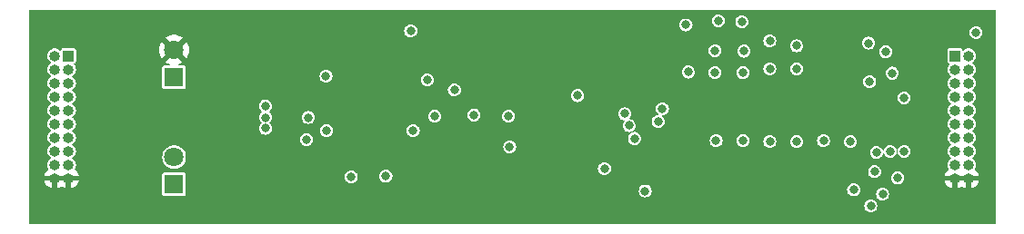
<source format=gbr>
%TF.GenerationSoftware,KiCad,Pcbnew,8.0.8+1*%
%TF.CreationDate,2025-01-23T15:05:36+01:00*%
%TF.ProjectId,IR-sensor,49522d73-656e-4736-9f72-2e6b69636164,rev?*%
%TF.SameCoordinates,Original*%
%TF.FileFunction,Copper,L2,Inr*%
%TF.FilePolarity,Positive*%
%FSLAX46Y46*%
G04 Gerber Fmt 4.6, Leading zero omitted, Abs format (unit mm)*
G04 Created by KiCad (PCBNEW 8.0.8+1) date 2025-01-23 15:05:36*
%MOMM*%
%LPD*%
G01*
G04 APERTURE LIST*
%TA.AperFunction,ComponentPad*%
%ADD10R,1.800000X1.800000*%
%TD*%
%TA.AperFunction,ComponentPad*%
%ADD11C,1.800000*%
%TD*%
%TA.AperFunction,ComponentPad*%
%ADD12R,1.000000X1.000000*%
%TD*%
%TA.AperFunction,ComponentPad*%
%ADD13O,1.000000X1.000000*%
%TD*%
%TA.AperFunction,ViaPad*%
%ADD14C,0.800000*%
%TD*%
G04 APERTURE END LIST*
D10*
%TO.N,Net-(D5-K)*%
%TO.C,D5*%
X63535000Y-56275000D03*
D11*
%TO.N,GND*%
X63535000Y-53735000D03*
%TD*%
D10*
%TO.N,Net-(D6-K)*%
%TO.C,D6*%
X63535000Y-66275000D03*
D11*
%TO.N,Net-(D6-A)*%
X63535000Y-63735000D03*
%TD*%
D12*
%TO.N,+5V*%
%TO.C,J3*%
X53700000Y-54285000D03*
D13*
X52430000Y-54285000D03*
%TO.N,/PWM_SEND*%
X53700000Y-55555000D03*
%TO.N,/INDICATOR_OUT*%
X52430000Y-55555000D03*
%TO.N,/PWM_RCV_1*%
X53700000Y-56825000D03*
%TO.N,/DOG_1*%
X52430000Y-56825000D03*
%TO.N,/PWM_RCV_2*%
X53700000Y-58095000D03*
%TO.N,/DOG_2*%
X52430000Y-58095000D03*
%TO.N,/PWM_RCV_3*%
X53700000Y-59365000D03*
%TO.N,/DOG_3*%
X52430000Y-59365000D03*
%TO.N,/PWM_RCV_4*%
X53700000Y-60635000D03*
%TO.N,/DOG_4*%
X52430000Y-60635000D03*
%TO.N,/PWM_RCV_5*%
X53700000Y-61905000D03*
%TO.N,/DOG_5*%
X52430000Y-61905000D03*
%TO.N,/PWM_RCV_6*%
X53700000Y-63175000D03*
%TO.N,/DOG_6*%
X52430000Y-63175000D03*
%TO.N,/PWM_RCV_7*%
X53700000Y-64445000D03*
%TO.N,/DOG_7*%
X52430000Y-64445000D03*
%TO.N,GND*%
X53700000Y-65715000D03*
X52430000Y-65715000D03*
%TD*%
D12*
%TO.N,+5V*%
%TO.C,J2*%
X136225000Y-54285000D03*
D13*
X137495000Y-54285000D03*
%TO.N,/PWM_SEND*%
X136225000Y-55555000D03*
%TO.N,/INDICATOR_IN*%
X137495000Y-55555000D03*
%TO.N,/PWM_RCV_1*%
X136225000Y-56825000D03*
%TO.N,/DOG_1*%
X137495000Y-56825000D03*
%TO.N,/PWM_RCV_2*%
X136225000Y-58095000D03*
%TO.N,/DOG_2*%
X137495000Y-58095000D03*
%TO.N,/PWM_RCV_3*%
X136225000Y-59365000D03*
%TO.N,/DOG_3*%
X137495000Y-59365000D03*
%TO.N,/PWM_RCV_4*%
X136225000Y-60635000D03*
%TO.N,/DOG_4*%
X137495000Y-60635000D03*
%TO.N,/PWM_RCV_5*%
X136225000Y-61905000D03*
%TO.N,/DOG_5*%
X137495000Y-61905000D03*
%TO.N,/PWM_RCV_6*%
X136225000Y-63175000D03*
%TO.N,/DOG_6*%
X137495000Y-63175000D03*
%TO.N,/PWM_RCV_7*%
X136225000Y-64445000D03*
%TO.N,/DOG_7*%
X137495000Y-64445000D03*
%TO.N,GND*%
X136225000Y-65715000D03*
X137495000Y-65715000D03*
%TD*%
D14*
%TO.N,Net-(U1C-+)*%
X85800000Y-61270000D03*
X75858973Y-62095252D03*
%TO.N,GND*%
X76000000Y-58900000D03*
X68875000Y-60035000D03*
X93668939Y-62791098D03*
X68875000Y-60935000D03*
X77700000Y-53600000D03*
X101000000Y-56700000D03*
X85500000Y-53000000D03*
X76146738Y-61085451D03*
X74560000Y-67550000D03*
X93600000Y-59900000D03*
X68925000Y-59045000D03*
X91800000Y-58555000D03*
X86824807Y-59057297D03*
X87180000Y-61960000D03*
X78970000Y-66870000D03*
X89420000Y-63100000D03*
X94580000Y-57020000D03*
X98308008Y-61768008D03*
%TO.N,Net-(U1B-+)*%
X77680000Y-56190000D03*
X77724448Y-61269751D03*
%TO.N,/PWM_SEND*%
X128300000Y-56700000D03*
X107400000Y-66900000D03*
X126800000Y-66800000D03*
%TO.N,/PWM_RCV*%
X89630000Y-57470000D03*
X103600000Y-64800000D03*
%TO.N,+2V5*%
X94781730Y-62774323D03*
X80040000Y-65585000D03*
X76026346Y-60042373D03*
%TO.N,+5V*%
X72055000Y-60045000D03*
X85564166Y-51951960D03*
X101100000Y-58000000D03*
X72045000Y-58955000D03*
X72045000Y-61055000D03*
%TO.N,Net-(Q2-D)*%
X91450000Y-59800000D03*
X87100000Y-56525000D03*
%TO.N,-2V5*%
X94670000Y-59930000D03*
X87800000Y-59925000D03*
X83260000Y-65530000D03*
%TO.N,/INDICATOR_IN*%
X138200000Y-52100000D03*
%TO.N,/PWM_RCV_1*%
X106400000Y-62000000D03*
%TO.N,/PWM_RCV_2*%
X105900000Y-60800000D03*
X108600000Y-60400000D03*
X114000000Y-62200000D03*
%TO.N,/DOG_7*%
X130900000Y-65700000D03*
X131500000Y-63200000D03*
X131500000Y-58200000D03*
%TO.N,/DOG_4*%
X128200000Y-53100000D03*
X119000000Y-55500000D03*
X119000000Y-52900000D03*
X128750000Y-65100000D03*
%TO.N,/DOG_5*%
X121500000Y-53350000D03*
X129500000Y-67200000D03*
X129800000Y-53900000D03*
X128925000Y-63300000D03*
X121500000Y-55500000D03*
%TO.N,/PWM_RCV_3*%
X116500000Y-62200000D03*
X109000000Y-59225000D03*
X105500000Y-59700000D03*
%TO.N,/PWM_RCV_6*%
X124000000Y-62200000D03*
%TO.N,/PWM_RCV_7*%
X126500000Y-62300000D03*
%TO.N,/PWM_RCV_5*%
X121500000Y-62300000D03*
%TO.N,/DOG_2*%
X113900000Y-53800000D03*
X113900000Y-55850000D03*
X114200000Y-51000000D03*
%TO.N,/PWM_RCV_4*%
X119000000Y-62300000D03*
%TO.N,/DOG_6*%
X128400000Y-68300000D03*
X130200000Y-63200000D03*
X130400000Y-55900000D03*
%TO.N,/DOG_3*%
X116500000Y-55850000D03*
X116600000Y-53850000D03*
X116390380Y-51090380D03*
%TO.N,/DOG_1*%
X111400000Y-55800000D03*
X111200000Y-51400000D03*
%TD*%
%TA.AperFunction,Conductor*%
%TO.N,GND*%
G36*
X139985648Y-50014352D02*
G01*
X140000000Y-50049000D01*
X140000000Y-69951000D01*
X139985648Y-69985648D01*
X139951000Y-70000000D01*
X50049000Y-70000000D01*
X50014352Y-69985648D01*
X50000000Y-69951000D01*
X50000000Y-68300000D01*
X127794318Y-68300000D01*
X127814955Y-68456761D01*
X127875461Y-68602836D01*
X127875464Y-68602841D01*
X127971718Y-68728282D01*
X128097159Y-68824536D01*
X128097161Y-68824536D01*
X128097163Y-68824538D01*
X128243238Y-68885044D01*
X128400000Y-68905682D01*
X128556762Y-68885044D01*
X128702841Y-68824536D01*
X128828282Y-68728282D01*
X128924536Y-68602841D01*
X128985044Y-68456762D01*
X129005682Y-68300000D01*
X128985044Y-68143238D01*
X128924536Y-67997159D01*
X128828282Y-67871718D01*
X128702841Y-67775464D01*
X128702836Y-67775461D01*
X128556761Y-67714955D01*
X128400000Y-67694318D01*
X128243238Y-67714955D01*
X128097163Y-67775461D01*
X128097158Y-67775464D01*
X127971718Y-67871717D01*
X127971717Y-67871718D01*
X127875464Y-67997158D01*
X127875461Y-67997163D01*
X127814955Y-68143238D01*
X127794318Y-68300000D01*
X50000000Y-68300000D01*
X50000000Y-65965000D01*
X51460839Y-65965000D01*
X51501650Y-66099536D01*
X51594506Y-66273258D01*
X51594511Y-66273265D01*
X51719472Y-66425527D01*
X51871734Y-66550488D01*
X51871741Y-66550493D01*
X52045456Y-66643345D01*
X52045468Y-66643350D01*
X52179999Y-66684159D01*
X52180000Y-66684159D01*
X52680000Y-66684159D01*
X52814531Y-66643350D01*
X52814543Y-66643345D01*
X52988257Y-66550493D01*
X52988260Y-66550491D01*
X53033914Y-66513024D01*
X53069802Y-66502137D01*
X53096086Y-66513024D01*
X53141739Y-66550491D01*
X53141742Y-66550493D01*
X53315456Y-66643345D01*
X53315468Y-66643350D01*
X53449999Y-66684159D01*
X53450000Y-66684159D01*
X53950000Y-66684159D01*
X54084531Y-66643350D01*
X54084543Y-66643345D01*
X54258258Y-66550493D01*
X54258265Y-66550488D01*
X54410527Y-66425527D01*
X54535488Y-66273265D01*
X54535493Y-66273258D01*
X54628349Y-66099536D01*
X54669161Y-65965000D01*
X53950000Y-65965000D01*
X53950000Y-66684159D01*
X53450000Y-66684159D01*
X53450000Y-65965000D01*
X52680000Y-65965000D01*
X52680000Y-66684159D01*
X52180000Y-66684159D01*
X52180000Y-65965000D01*
X51460839Y-65965000D01*
X50000000Y-65965000D01*
X50000000Y-65465000D01*
X51460838Y-65465000D01*
X52220382Y-65465000D01*
X52169936Y-65515446D01*
X52127149Y-65589555D01*
X52105000Y-65672213D01*
X52105000Y-65757787D01*
X52127149Y-65840445D01*
X52169936Y-65914554D01*
X52230446Y-65975064D01*
X52304555Y-66017851D01*
X52387213Y-66040000D01*
X52472787Y-66040000D01*
X52555445Y-66017851D01*
X52629554Y-65975064D01*
X52690064Y-65914554D01*
X52732851Y-65840445D01*
X52755000Y-65757787D01*
X52755000Y-65672213D01*
X52732851Y-65589555D01*
X52690064Y-65515446D01*
X52639618Y-65465000D01*
X53490382Y-65465000D01*
X53439936Y-65515446D01*
X53397149Y-65589555D01*
X53375000Y-65672213D01*
X53375000Y-65757787D01*
X53397149Y-65840445D01*
X53439936Y-65914554D01*
X53500446Y-65975064D01*
X53574555Y-66017851D01*
X53657213Y-66040000D01*
X53742787Y-66040000D01*
X53825445Y-66017851D01*
X53899554Y-65975064D01*
X53960064Y-65914554D01*
X54002851Y-65840445D01*
X54025000Y-65757787D01*
X54025000Y-65672213D01*
X54002851Y-65589555D01*
X53960064Y-65515446D01*
X53909618Y-65465000D01*
X54669161Y-65465000D01*
X54635869Y-65355252D01*
X62434500Y-65355252D01*
X62434500Y-67194748D01*
X62446133Y-67253231D01*
X62463882Y-67279795D01*
X62490447Y-67319552D01*
X62503513Y-67328282D01*
X62556769Y-67363867D01*
X62615252Y-67375500D01*
X62615255Y-67375500D01*
X64454745Y-67375500D01*
X64454748Y-67375500D01*
X64513231Y-67363867D01*
X64579552Y-67319552D01*
X64623867Y-67253231D01*
X64635500Y-67194748D01*
X64635500Y-66900000D01*
X106794318Y-66900000D01*
X106814955Y-67056761D01*
X106875461Y-67202836D01*
X106875464Y-67202841D01*
X106968843Y-67324536D01*
X106971718Y-67328282D01*
X107097159Y-67424536D01*
X107097161Y-67424536D01*
X107097163Y-67424538D01*
X107243238Y-67485044D01*
X107400000Y-67505682D01*
X107556762Y-67485044D01*
X107702841Y-67424536D01*
X107828282Y-67328282D01*
X107924536Y-67202841D01*
X107985044Y-67056762D01*
X108005682Y-66900000D01*
X107992517Y-66800000D01*
X126194318Y-66800000D01*
X126214955Y-66956761D01*
X126275461Y-67102836D01*
X126275464Y-67102841D01*
X126352192Y-67202836D01*
X126371718Y-67228282D01*
X126497159Y-67324536D01*
X126497161Y-67324536D01*
X126497163Y-67324538D01*
X126574957Y-67356761D01*
X126643238Y-67385044D01*
X126800000Y-67405682D01*
X126956762Y-67385044D01*
X127102841Y-67324536D01*
X127228282Y-67228282D01*
X127249983Y-67200000D01*
X128894318Y-67200000D01*
X128914955Y-67356761D01*
X128975461Y-67502836D01*
X128975464Y-67502841D01*
X129071718Y-67628282D01*
X129197159Y-67724536D01*
X129197161Y-67724536D01*
X129197163Y-67724538D01*
X129320110Y-67775464D01*
X129343238Y-67785044D01*
X129500000Y-67805682D01*
X129656762Y-67785044D01*
X129802841Y-67724536D01*
X129928282Y-67628282D01*
X130024536Y-67502841D01*
X130085044Y-67356762D01*
X130105682Y-67200000D01*
X130085044Y-67043238D01*
X130024538Y-66897163D01*
X130024535Y-66897158D01*
X129928282Y-66771718D01*
X129928281Y-66771717D01*
X129802841Y-66675464D01*
X129802836Y-66675461D01*
X129656761Y-66614955D01*
X129500000Y-66594318D01*
X129343238Y-66614955D01*
X129197163Y-66675461D01*
X129197158Y-66675464D01*
X129071718Y-66771717D01*
X129071717Y-66771718D01*
X128975464Y-66897158D01*
X128975461Y-66897163D01*
X128914955Y-67043238D01*
X128894318Y-67200000D01*
X127249983Y-67200000D01*
X127324536Y-67102841D01*
X127385044Y-66956762D01*
X127405682Y-66800000D01*
X127385044Y-66643238D01*
X127365959Y-66597163D01*
X127324538Y-66497163D01*
X127324535Y-66497158D01*
X127228282Y-66371718D01*
X127228281Y-66371717D01*
X127102841Y-66275464D01*
X127102836Y-66275461D01*
X126956761Y-66214955D01*
X126800000Y-66194318D01*
X126643238Y-66214955D01*
X126497163Y-66275461D01*
X126497158Y-66275464D01*
X126371718Y-66371717D01*
X126371717Y-66371718D01*
X126275464Y-66497158D01*
X126275461Y-66497163D01*
X126214955Y-66643238D01*
X126194318Y-66800000D01*
X107992517Y-66800000D01*
X107985044Y-66743238D01*
X107931908Y-66614956D01*
X107924538Y-66597163D01*
X107924535Y-66597158D01*
X107847803Y-66497159D01*
X107828282Y-66471718D01*
X107702841Y-66375464D01*
X107702836Y-66375461D01*
X107556761Y-66314955D01*
X107400000Y-66294318D01*
X107243238Y-66314955D01*
X107097163Y-66375461D01*
X107097158Y-66375464D01*
X106971718Y-66471717D01*
X106971717Y-66471718D01*
X106875464Y-66597158D01*
X106875461Y-66597163D01*
X106814955Y-66743238D01*
X106794318Y-66900000D01*
X64635500Y-66900000D01*
X64635500Y-65585000D01*
X79434318Y-65585000D01*
X79454955Y-65741761D01*
X79515461Y-65887836D01*
X79515464Y-65887841D01*
X79603702Y-66002836D01*
X79611718Y-66013282D01*
X79737159Y-66109536D01*
X79737161Y-66109536D01*
X79737163Y-66109538D01*
X79883238Y-66170044D01*
X80040000Y-66190682D01*
X80196762Y-66170044D01*
X80342841Y-66109536D01*
X80468282Y-66013282D01*
X80564536Y-65887841D01*
X80625044Y-65741762D01*
X80645682Y-65585000D01*
X80638441Y-65530000D01*
X82654318Y-65530000D01*
X82674955Y-65686761D01*
X82735461Y-65832836D01*
X82735464Y-65832841D01*
X82831718Y-65958282D01*
X82957159Y-66054536D01*
X82957161Y-66054536D01*
X82957163Y-66054538D01*
X83089945Y-66109538D01*
X83103238Y-66115044D01*
X83260000Y-66135682D01*
X83416762Y-66115044D01*
X83562841Y-66054536D01*
X83688282Y-65958282D01*
X83784536Y-65832841D01*
X83845044Y-65686762D01*
X83865682Y-65530000D01*
X83845044Y-65373238D01*
X83824871Y-65324535D01*
X83784538Y-65227163D01*
X83784535Y-65227158D01*
X83730502Y-65156741D01*
X83688282Y-65101718D01*
X83589257Y-65025734D01*
X83562841Y-65005464D01*
X83562836Y-65005461D01*
X83416761Y-64944955D01*
X83260000Y-64924318D01*
X83103238Y-64944955D01*
X82957163Y-65005461D01*
X82957158Y-65005464D01*
X82831718Y-65101717D01*
X82831717Y-65101718D01*
X82735464Y-65227158D01*
X82735461Y-65227163D01*
X82674955Y-65373238D01*
X82654318Y-65530000D01*
X80638441Y-65530000D01*
X80625044Y-65428238D01*
X80609205Y-65390000D01*
X80564538Y-65282163D01*
X80564535Y-65282158D01*
X80556523Y-65271717D01*
X80468282Y-65156718D01*
X80453662Y-65145500D01*
X80342841Y-65060464D01*
X80342836Y-65060461D01*
X80196761Y-64999955D01*
X80040000Y-64979318D01*
X79883238Y-64999955D01*
X79737163Y-65060461D01*
X79737158Y-65060464D01*
X79611718Y-65156717D01*
X79611717Y-65156718D01*
X79515464Y-65282158D01*
X79515461Y-65282163D01*
X79454955Y-65428238D01*
X79434318Y-65585000D01*
X64635500Y-65585000D01*
X64635500Y-65355252D01*
X64623867Y-65296769D01*
X64597134Y-65256761D01*
X64579552Y-65230447D01*
X64539795Y-65203882D01*
X64513231Y-65186133D01*
X64454748Y-65174500D01*
X62615252Y-65174500D01*
X62556769Y-65186133D01*
X62490447Y-65230447D01*
X62446133Y-65296769D01*
X62434500Y-65355252D01*
X54635869Y-65355252D01*
X54628349Y-65330463D01*
X54535493Y-65156741D01*
X54535488Y-65156734D01*
X54410527Y-65004472D01*
X54288640Y-64904440D01*
X54270962Y-64871365D01*
X54279399Y-64838730D01*
X54324818Y-64772930D01*
X54385140Y-64613872D01*
X54405645Y-64445000D01*
X54385140Y-64276128D01*
X54324818Y-64117070D01*
X54228183Y-63977071D01*
X54100852Y-63864266D01*
X54080122Y-63853386D01*
X54056114Y-63824579D01*
X54059507Y-63787229D01*
X54080122Y-63766613D01*
X54100852Y-63755734D01*
X54124256Y-63735000D01*
X62429785Y-63735000D01*
X62448602Y-63938079D01*
X62448603Y-63938085D01*
X62504417Y-64134248D01*
X62504420Y-64134255D01*
X62595325Y-64316818D01*
X62595328Y-64316822D01*
X62718233Y-64479576D01*
X62718236Y-64479579D01*
X62868954Y-64616977D01*
X62868955Y-64616978D01*
X62868959Y-64616981D01*
X63042363Y-64724348D01*
X63232544Y-64798024D01*
X63433024Y-64835500D01*
X63433026Y-64835500D01*
X63636974Y-64835500D01*
X63636976Y-64835500D01*
X63826885Y-64800000D01*
X102994318Y-64800000D01*
X103014955Y-64956761D01*
X103075461Y-65102836D01*
X103075464Y-65102841D01*
X103170855Y-65227158D01*
X103171718Y-65228282D01*
X103297159Y-65324536D01*
X103297161Y-65324536D01*
X103297163Y-65324538D01*
X103371321Y-65355255D01*
X103443238Y-65385044D01*
X103600000Y-65405682D01*
X103756762Y-65385044D01*
X103902841Y-65324536D01*
X104028282Y-65228282D01*
X104124536Y-65102841D01*
X104125713Y-65100000D01*
X128144318Y-65100000D01*
X128164955Y-65256761D01*
X128225461Y-65402836D01*
X128225464Y-65402841D01*
X128311868Y-65515446D01*
X128321718Y-65528282D01*
X128447159Y-65624536D01*
X128447161Y-65624536D01*
X128447163Y-65624538D01*
X128562261Y-65672213D01*
X128593238Y-65685044D01*
X128750000Y-65705682D01*
X128793159Y-65700000D01*
X130294318Y-65700000D01*
X130314955Y-65856761D01*
X130375461Y-66002836D01*
X130375464Y-66002841D01*
X130471718Y-66128282D01*
X130597159Y-66224536D01*
X130597161Y-66224536D01*
X130597163Y-66224538D01*
X130720110Y-66275464D01*
X130743238Y-66285044D01*
X130900000Y-66305682D01*
X131056762Y-66285044D01*
X131202841Y-66224536D01*
X131328282Y-66128282D01*
X131424536Y-66002841D01*
X131440210Y-65965000D01*
X135255839Y-65965000D01*
X135296650Y-66099536D01*
X135389506Y-66273258D01*
X135389511Y-66273265D01*
X135514472Y-66425527D01*
X135666734Y-66550488D01*
X135666741Y-66550493D01*
X135840456Y-66643345D01*
X135840468Y-66643350D01*
X135974999Y-66684159D01*
X135975000Y-66684159D01*
X136475000Y-66684159D01*
X136609531Y-66643350D01*
X136609543Y-66643345D01*
X136783257Y-66550493D01*
X136783260Y-66550491D01*
X136828914Y-66513024D01*
X136864802Y-66502137D01*
X136891086Y-66513024D01*
X136936739Y-66550491D01*
X136936742Y-66550493D01*
X137110456Y-66643345D01*
X137110468Y-66643350D01*
X137244999Y-66684159D01*
X137245000Y-66684159D01*
X137745000Y-66684159D01*
X137879531Y-66643350D01*
X137879543Y-66643345D01*
X138053258Y-66550493D01*
X138053265Y-66550488D01*
X138205527Y-66425527D01*
X138330488Y-66273265D01*
X138330493Y-66273258D01*
X138423349Y-66099536D01*
X138464161Y-65965000D01*
X137745000Y-65965000D01*
X137745000Y-66684159D01*
X137245000Y-66684159D01*
X137245000Y-65965000D01*
X136475000Y-65965000D01*
X136475000Y-66684159D01*
X135975000Y-66684159D01*
X135975000Y-65965000D01*
X135255839Y-65965000D01*
X131440210Y-65965000D01*
X131485044Y-65856762D01*
X131505682Y-65700000D01*
X131485044Y-65543238D01*
X131452637Y-65465000D01*
X135255838Y-65465000D01*
X136015382Y-65465000D01*
X135964936Y-65515446D01*
X135922149Y-65589555D01*
X135900000Y-65672213D01*
X135900000Y-65757787D01*
X135922149Y-65840445D01*
X135964936Y-65914554D01*
X136025446Y-65975064D01*
X136099555Y-66017851D01*
X136182213Y-66040000D01*
X136267787Y-66040000D01*
X136350445Y-66017851D01*
X136424554Y-65975064D01*
X136485064Y-65914554D01*
X136527851Y-65840445D01*
X136550000Y-65757787D01*
X136550000Y-65672213D01*
X136527851Y-65589555D01*
X136485064Y-65515446D01*
X136434618Y-65465000D01*
X137285382Y-65465000D01*
X137234936Y-65515446D01*
X137192149Y-65589555D01*
X137170000Y-65672213D01*
X137170000Y-65757787D01*
X137192149Y-65840445D01*
X137234936Y-65914554D01*
X137295446Y-65975064D01*
X137369555Y-66017851D01*
X137452213Y-66040000D01*
X137537787Y-66040000D01*
X137620445Y-66017851D01*
X137694554Y-65975064D01*
X137755064Y-65914554D01*
X137797851Y-65840445D01*
X137820000Y-65757787D01*
X137820000Y-65672213D01*
X137797851Y-65589555D01*
X137755064Y-65515446D01*
X137704618Y-65465000D01*
X138464161Y-65465000D01*
X138423349Y-65330463D01*
X138330493Y-65156741D01*
X138330488Y-65156734D01*
X138205527Y-65004472D01*
X138083640Y-64904440D01*
X138065962Y-64871365D01*
X138074399Y-64838730D01*
X138119818Y-64772930D01*
X138180140Y-64613872D01*
X138200645Y-64445000D01*
X138180140Y-64276128D01*
X138119818Y-64117070D01*
X138023183Y-63977071D01*
X137895852Y-63864266D01*
X137875122Y-63853386D01*
X137851114Y-63824579D01*
X137854507Y-63787229D01*
X137875122Y-63766613D01*
X137895852Y-63755734D01*
X138023183Y-63642929D01*
X138119818Y-63502930D01*
X138180140Y-63343872D01*
X138200645Y-63175000D01*
X138180140Y-63006128D01*
X138119818Y-62847070D01*
X138023183Y-62707071D01*
X137895852Y-62594266D01*
X137875122Y-62583386D01*
X137851114Y-62554579D01*
X137854507Y-62517229D01*
X137875122Y-62496613D01*
X137895852Y-62485734D01*
X138023183Y-62372929D01*
X138119818Y-62232930D01*
X138180140Y-62073872D01*
X138200645Y-61905000D01*
X138180140Y-61736128D01*
X138119818Y-61577070D01*
X138116895Y-61572836D01*
X138023183Y-61437071D01*
X137895852Y-61324266D01*
X137875122Y-61313386D01*
X137851114Y-61284579D01*
X137854507Y-61247229D01*
X137875122Y-61226613D01*
X137895852Y-61215734D01*
X138023183Y-61102929D01*
X138119818Y-60962930D01*
X138180140Y-60803872D01*
X138200645Y-60635000D01*
X138180140Y-60466128D01*
X138119818Y-60307070D01*
X138104614Y-60285044D01*
X138023183Y-60167071D01*
X137944267Y-60097158D01*
X137895852Y-60054266D01*
X137875122Y-60043386D01*
X137851114Y-60014579D01*
X137854507Y-59977229D01*
X137875122Y-59956613D01*
X137895852Y-59945734D01*
X138023183Y-59832929D01*
X138119818Y-59692930D01*
X138180140Y-59533872D01*
X138200645Y-59365000D01*
X138180140Y-59196128D01*
X138119818Y-59037070D01*
X138023183Y-58897071D01*
X137895852Y-58784266D01*
X137875122Y-58773386D01*
X137851114Y-58744579D01*
X137854507Y-58707229D01*
X137875122Y-58686613D01*
X137895852Y-58675734D01*
X138023183Y-58562929D01*
X138119818Y-58422930D01*
X138180140Y-58263872D01*
X138200645Y-58095000D01*
X138180140Y-57926128D01*
X138119818Y-57767070D01*
X138071564Y-57697163D01*
X138023183Y-57627071D01*
X137895853Y-57514267D01*
X137895852Y-57514266D01*
X137875122Y-57503386D01*
X137851114Y-57474579D01*
X137854507Y-57437229D01*
X137875122Y-57416613D01*
X137895852Y-57405734D01*
X138023183Y-57292929D01*
X138119818Y-57152930D01*
X138180140Y-56993872D01*
X138200645Y-56825000D01*
X138180140Y-56656128D01*
X138119818Y-56497070D01*
X138116895Y-56492836D01*
X138023183Y-56357071D01*
X137895852Y-56244266D01*
X137875122Y-56233386D01*
X137851114Y-56204579D01*
X137854507Y-56167229D01*
X137875122Y-56146613D01*
X137895852Y-56135734D01*
X138023183Y-56022929D01*
X138119818Y-55882930D01*
X138180140Y-55723872D01*
X138200645Y-55555000D01*
X138180140Y-55386128D01*
X138119818Y-55227070D01*
X138111456Y-55214956D01*
X138023183Y-55087071D01*
X137923834Y-54999056D01*
X137895852Y-54974266D01*
X137875122Y-54963386D01*
X137851114Y-54934579D01*
X137854507Y-54897229D01*
X137875122Y-54876613D01*
X137895852Y-54865734D01*
X138023183Y-54752929D01*
X138119818Y-54612930D01*
X138180140Y-54453872D01*
X138200645Y-54285000D01*
X138180140Y-54116128D01*
X138119818Y-53957070D01*
X138119605Y-53956762D01*
X138023183Y-53817071D01*
X137999458Y-53796053D01*
X137895852Y-53704266D01*
X137895844Y-53704262D01*
X137895843Y-53704261D01*
X137745224Y-53625209D01*
X137580056Y-53584500D01*
X137409944Y-53584500D01*
X137244775Y-53625209D01*
X137094156Y-53704261D01*
X137094151Y-53704264D01*
X137094148Y-53704266D01*
X137094146Y-53704268D01*
X137004350Y-53783819D01*
X136968898Y-53796053D01*
X136935180Y-53779635D01*
X136923799Y-53756704D01*
X136913867Y-53706769D01*
X136899162Y-53684762D01*
X136869552Y-53640447D01*
X136804766Y-53597159D01*
X136803231Y-53596133D01*
X136744748Y-53584500D01*
X135705252Y-53584500D01*
X135646769Y-53596133D01*
X135580447Y-53640447D01*
X135550649Y-53685044D01*
X135536133Y-53706769D01*
X135524500Y-53765252D01*
X135524500Y-54804748D01*
X135536133Y-54863231D01*
X135545074Y-54876612D01*
X135580447Y-54929552D01*
X135624762Y-54959162D01*
X135646769Y-54973867D01*
X135695155Y-54983491D01*
X135726336Y-55004325D01*
X135733653Y-55041108D01*
X135718088Y-55068226D01*
X135696816Y-55087071D01*
X135600182Y-55227068D01*
X135600181Y-55227070D01*
X135551568Y-55355255D01*
X135539860Y-55386128D01*
X135519355Y-55555000D01*
X135539860Y-55723872D01*
X135554213Y-55761717D01*
X135600181Y-55882929D01*
X135600182Y-55882931D01*
X135696816Y-56022928D01*
X135696817Y-56022929D01*
X135824148Y-56135734D01*
X135824156Y-56135738D01*
X135844875Y-56146613D01*
X135868885Y-56175423D01*
X135865490Y-56212772D01*
X135844875Y-56233387D01*
X135824156Y-56244261D01*
X135824151Y-56244264D01*
X135824148Y-56244266D01*
X135824147Y-56244267D01*
X135824146Y-56244268D01*
X135696816Y-56357071D01*
X135600182Y-56497068D01*
X135600181Y-56497070D01*
X135554213Y-56618281D01*
X135539860Y-56656128D01*
X135519355Y-56825000D01*
X135539860Y-56993872D01*
X135556755Y-57038423D01*
X135600181Y-57152929D01*
X135600182Y-57152931D01*
X135669415Y-57253231D01*
X135696817Y-57292929D01*
X135824148Y-57405734D01*
X135824156Y-57405738D01*
X135844875Y-57416613D01*
X135868885Y-57445423D01*
X135865490Y-57482772D01*
X135844875Y-57503387D01*
X135824156Y-57514261D01*
X135824151Y-57514264D01*
X135824148Y-57514266D01*
X135824147Y-57514267D01*
X135824146Y-57514268D01*
X135696816Y-57627071D01*
X135600182Y-57767068D01*
X135600181Y-57767070D01*
X135550846Y-57897159D01*
X135539860Y-57926128D01*
X135519355Y-58095000D01*
X135539860Y-58263872D01*
X135539861Y-58263874D01*
X135600181Y-58422929D01*
X135600182Y-58422931D01*
X135670315Y-58524535D01*
X135696817Y-58562929D01*
X135824148Y-58675734D01*
X135824156Y-58675738D01*
X135844875Y-58686613D01*
X135868885Y-58715423D01*
X135865490Y-58752772D01*
X135844875Y-58773387D01*
X135824156Y-58784261D01*
X135824151Y-58784264D01*
X135824148Y-58784266D01*
X135824147Y-58784267D01*
X135824146Y-58784268D01*
X135696816Y-58897071D01*
X135600182Y-59037068D01*
X135600181Y-59037070D01*
X135540546Y-59194318D01*
X135539860Y-59196128D01*
X135519355Y-59365000D01*
X135539860Y-59533872D01*
X135539861Y-59533874D01*
X135600181Y-59692929D01*
X135600182Y-59692931D01*
X135684410Y-59814955D01*
X135696817Y-59832929D01*
X135824148Y-59945734D01*
X135824156Y-59945738D01*
X135844875Y-59956613D01*
X135868885Y-59985423D01*
X135865490Y-60022772D01*
X135844875Y-60043387D01*
X135824156Y-60054261D01*
X135824151Y-60054264D01*
X135824148Y-60054266D01*
X135824147Y-60054267D01*
X135824146Y-60054268D01*
X135696816Y-60167071D01*
X135600182Y-60307068D01*
X135600181Y-60307070D01*
X135544256Y-60454536D01*
X135539860Y-60466128D01*
X135519355Y-60635000D01*
X135539860Y-60803872D01*
X135554213Y-60841717D01*
X135600181Y-60962929D01*
X135600182Y-60962931D01*
X135696756Y-61102841D01*
X135696817Y-61102929D01*
X135824148Y-61215734D01*
X135824156Y-61215738D01*
X135844875Y-61226613D01*
X135868885Y-61255423D01*
X135865490Y-61292772D01*
X135844875Y-61313387D01*
X135824156Y-61324261D01*
X135824151Y-61324264D01*
X135824148Y-61324266D01*
X135823843Y-61324536D01*
X135696816Y-61437071D01*
X135600182Y-61577068D01*
X135600181Y-61577070D01*
X135554307Y-61698033D01*
X135539860Y-61736128D01*
X135519355Y-61905000D01*
X135539860Y-62073872D01*
X135539861Y-62073874D01*
X135600181Y-62232929D01*
X135600182Y-62232931D01*
X135696816Y-62372928D01*
X135696817Y-62372929D01*
X135824148Y-62485734D01*
X135824156Y-62485738D01*
X135844875Y-62496613D01*
X135868885Y-62525423D01*
X135865490Y-62562772D01*
X135844875Y-62583387D01*
X135824156Y-62594261D01*
X135824151Y-62594264D01*
X135824148Y-62594266D01*
X135814469Y-62602841D01*
X135696816Y-62707071D01*
X135600182Y-62847068D01*
X135600181Y-62847070D01*
X135545817Y-62990420D01*
X135539860Y-63006128D01*
X135519355Y-63175000D01*
X135539860Y-63343872D01*
X135549766Y-63369993D01*
X135600181Y-63502929D01*
X135600182Y-63502931D01*
X135696816Y-63642928D01*
X135696817Y-63642929D01*
X135824148Y-63755734D01*
X135824156Y-63755738D01*
X135844875Y-63766613D01*
X135868885Y-63795423D01*
X135865490Y-63832772D01*
X135844875Y-63853387D01*
X135824156Y-63864261D01*
X135824151Y-63864264D01*
X135824148Y-63864266D01*
X135824147Y-63864267D01*
X135824146Y-63864268D01*
X135696816Y-63977071D01*
X135600182Y-64117068D01*
X135600181Y-64117070D01*
X135563059Y-64214956D01*
X135539860Y-64276128D01*
X135519355Y-64445000D01*
X135539860Y-64613872D01*
X135539861Y-64613874D01*
X135600181Y-64772929D01*
X135600182Y-64772931D01*
X135645599Y-64838728D01*
X135653470Y-64875395D01*
X135636359Y-64904440D01*
X135514472Y-65004472D01*
X135389511Y-65156734D01*
X135389506Y-65156741D01*
X135296650Y-65330463D01*
X135255838Y-65465000D01*
X131452637Y-65465000D01*
X131448468Y-65454936D01*
X131424538Y-65397163D01*
X131424535Y-65397158D01*
X131368810Y-65324536D01*
X131328282Y-65271718D01*
X131274496Y-65230447D01*
X131202841Y-65175464D01*
X131202836Y-65175461D01*
X131056761Y-65114955D01*
X130900000Y-65094318D01*
X130743238Y-65114955D01*
X130597163Y-65175461D01*
X130597158Y-65175464D01*
X130471718Y-65271717D01*
X130471717Y-65271718D01*
X130375464Y-65397158D01*
X130375461Y-65397163D01*
X130314955Y-65543238D01*
X130294318Y-65700000D01*
X128793159Y-65700000D01*
X128906762Y-65685044D01*
X129052841Y-65624536D01*
X129178282Y-65528282D01*
X129274536Y-65402841D01*
X129335044Y-65256762D01*
X129355682Y-65100000D01*
X129335044Y-64943238D01*
X129318973Y-64904440D01*
X129274538Y-64797163D01*
X129274535Y-64797158D01*
X129235342Y-64746081D01*
X129178282Y-64671718D01*
X129102895Y-64613872D01*
X129052841Y-64575464D01*
X129052836Y-64575461D01*
X128906761Y-64514955D01*
X128750000Y-64494318D01*
X128593238Y-64514955D01*
X128447163Y-64575461D01*
X128447158Y-64575464D01*
X128321718Y-64671717D01*
X128321717Y-64671718D01*
X128225464Y-64797158D01*
X128225461Y-64797163D01*
X128164955Y-64943238D01*
X128144318Y-65100000D01*
X104125713Y-65100000D01*
X104185044Y-64956762D01*
X104205682Y-64800000D01*
X104185044Y-64643238D01*
X104131908Y-64514956D01*
X104124538Y-64497163D01*
X104124535Y-64497158D01*
X104028282Y-64371718D01*
X104028281Y-64371717D01*
X103902841Y-64275464D01*
X103902836Y-64275461D01*
X103756761Y-64214955D01*
X103600000Y-64194318D01*
X103443238Y-64214955D01*
X103297163Y-64275461D01*
X103297158Y-64275464D01*
X103171718Y-64371717D01*
X103171717Y-64371718D01*
X103075464Y-64497158D01*
X103075461Y-64497163D01*
X103014955Y-64643238D01*
X102994318Y-64800000D01*
X63826885Y-64800000D01*
X63837456Y-64798024D01*
X64027637Y-64724348D01*
X64201041Y-64616981D01*
X64351764Y-64479579D01*
X64474673Y-64316821D01*
X64565582Y-64134250D01*
X64621397Y-63938083D01*
X64640215Y-63735000D01*
X64621397Y-63531917D01*
X64565582Y-63335750D01*
X64474673Y-63153179D01*
X64391650Y-63043238D01*
X64351766Y-62990423D01*
X64351763Y-62990420D01*
X64201045Y-62853022D01*
X64201042Y-62853020D01*
X64201041Y-62853019D01*
X64073942Y-62774323D01*
X94176048Y-62774323D01*
X94196685Y-62931084D01*
X94257191Y-63077159D01*
X94257194Y-63077164D01*
X94351523Y-63200097D01*
X94353448Y-63202605D01*
X94478889Y-63298859D01*
X94478891Y-63298859D01*
X94478893Y-63298861D01*
X94594044Y-63346558D01*
X94624968Y-63359367D01*
X94781730Y-63380005D01*
X94938492Y-63359367D01*
X95081816Y-63300000D01*
X128319318Y-63300000D01*
X128339955Y-63456761D01*
X128400461Y-63602836D01*
X128400464Y-63602841D01*
X128493843Y-63724536D01*
X128496718Y-63728282D01*
X128622159Y-63824536D01*
X128622161Y-63824536D01*
X128622163Y-63824538D01*
X128718078Y-63864267D01*
X128768238Y-63885044D01*
X128925000Y-63905682D01*
X129081762Y-63885044D01*
X129227841Y-63824536D01*
X129353282Y-63728282D01*
X129449536Y-63602841D01*
X129510044Y-63456762D01*
X129521467Y-63369992D01*
X129540218Y-63337514D01*
X129576443Y-63327807D01*
X129608922Y-63346558D01*
X129615318Y-63357636D01*
X129675463Y-63502839D01*
X129675464Y-63502841D01*
X129752192Y-63602836D01*
X129771718Y-63628282D01*
X129897159Y-63724536D01*
X129897161Y-63724536D01*
X129897163Y-63724538D01*
X130043238Y-63785044D01*
X130200000Y-63805682D01*
X130356762Y-63785044D01*
X130502841Y-63724536D01*
X130628282Y-63628282D01*
X130724536Y-63502841D01*
X130785044Y-63356762D01*
X130801419Y-63232379D01*
X130819395Y-63201246D01*
X130875537Y-63201246D01*
X130888874Y-63208947D01*
X130898581Y-63232380D01*
X130914955Y-63356761D01*
X130975461Y-63502836D01*
X130975464Y-63502841D01*
X131052192Y-63602836D01*
X131071718Y-63628282D01*
X131197159Y-63724536D01*
X131197161Y-63724536D01*
X131197163Y-63724538D01*
X131343238Y-63785044D01*
X131500000Y-63805682D01*
X131656762Y-63785044D01*
X131802841Y-63724536D01*
X131928282Y-63628282D01*
X132024536Y-63502841D01*
X132085044Y-63356762D01*
X132105682Y-63200000D01*
X132085044Y-63043238D01*
X132065959Y-62997163D01*
X132024538Y-62897163D01*
X132024535Y-62897158D01*
X132006702Y-62873918D01*
X131928282Y-62771718D01*
X131894309Y-62745650D01*
X131802841Y-62675464D01*
X131802836Y-62675461D01*
X131656761Y-62614955D01*
X131500000Y-62594318D01*
X131343238Y-62614955D01*
X131197163Y-62675461D01*
X131197158Y-62675464D01*
X131071718Y-62771717D01*
X131071717Y-62771718D01*
X130975464Y-62897158D01*
X130975461Y-62897163D01*
X130914955Y-63043238D01*
X130898581Y-63167619D01*
X130879829Y-63200097D01*
X130875537Y-63201246D01*
X130819395Y-63201246D01*
X130820171Y-63199902D01*
X130824462Y-63198752D01*
X130811126Y-63191052D01*
X130801419Y-63167619D01*
X130785044Y-63043238D01*
X130724538Y-62897163D01*
X130724535Y-62897158D01*
X130706702Y-62873918D01*
X130628282Y-62771718D01*
X130594309Y-62745650D01*
X130502841Y-62675464D01*
X130502836Y-62675461D01*
X130356761Y-62614955D01*
X130200000Y-62594318D01*
X130043238Y-62614955D01*
X129897163Y-62675461D01*
X129897158Y-62675464D01*
X129771718Y-62771717D01*
X129771717Y-62771718D01*
X129675464Y-62897158D01*
X129675461Y-62897163D01*
X129614955Y-63043238D01*
X129603532Y-63130007D01*
X129584780Y-63162485D01*
X129548555Y-63172192D01*
X129516077Y-63153440D01*
X129509681Y-63142362D01*
X129504563Y-63130007D01*
X129449536Y-62997159D01*
X129353282Y-62871718D01*
X129321157Y-62847068D01*
X129227841Y-62775464D01*
X129227836Y-62775461D01*
X129081761Y-62714955D01*
X128925000Y-62694318D01*
X128768238Y-62714955D01*
X128622163Y-62775461D01*
X128622158Y-62775464D01*
X128496718Y-62871717D01*
X128496717Y-62871718D01*
X128400464Y-62997158D01*
X128400461Y-62997163D01*
X128339955Y-63143238D01*
X128319318Y-63300000D01*
X95081816Y-63300000D01*
X95084571Y-63298859D01*
X95210012Y-63202605D01*
X95306266Y-63077164D01*
X95366774Y-62931085D01*
X95387412Y-62774323D01*
X95366774Y-62617561D01*
X95328242Y-62524536D01*
X95306268Y-62471486D01*
X95306265Y-62471481D01*
X95273117Y-62428282D01*
X95210012Y-62346041D01*
X95084571Y-62249787D01*
X95084566Y-62249784D01*
X94938491Y-62189278D01*
X94781730Y-62168641D01*
X94624968Y-62189278D01*
X94478893Y-62249784D01*
X94478888Y-62249787D01*
X94353448Y-62346040D01*
X94353447Y-62346041D01*
X94257194Y-62471481D01*
X94257191Y-62471486D01*
X94196685Y-62617561D01*
X94176048Y-62774323D01*
X64073942Y-62774323D01*
X64027637Y-62745652D01*
X64027634Y-62745651D01*
X64027633Y-62745650D01*
X63837462Y-62671978D01*
X63837460Y-62671977D01*
X63837456Y-62671976D01*
X63636976Y-62634500D01*
X63433024Y-62634500D01*
X63232544Y-62671976D01*
X63232540Y-62671977D01*
X63232537Y-62671978D01*
X63042366Y-62745650D01*
X62868954Y-62853022D01*
X62718236Y-62990420D01*
X62718233Y-62990423D01*
X62595328Y-63153177D01*
X62595325Y-63153181D01*
X62504420Y-63335744D01*
X62504417Y-63335751D01*
X62448603Y-63531914D01*
X62448602Y-63531920D01*
X62429785Y-63735000D01*
X54124256Y-63735000D01*
X54228183Y-63642929D01*
X54324818Y-63502930D01*
X54385140Y-63343872D01*
X54405645Y-63175000D01*
X54385140Y-63006128D01*
X54324818Y-62847070D01*
X54228183Y-62707071D01*
X54100852Y-62594266D01*
X54080122Y-62583386D01*
X54056114Y-62554579D01*
X54059507Y-62517229D01*
X54080122Y-62496613D01*
X54100852Y-62485734D01*
X54228183Y-62372929D01*
X54324818Y-62232930D01*
X54377032Y-62095252D01*
X75253291Y-62095252D01*
X75273928Y-62252013D01*
X75334434Y-62398088D01*
X75334437Y-62398093D01*
X75401684Y-62485732D01*
X75430691Y-62523534D01*
X75556132Y-62619788D01*
X75556134Y-62619788D01*
X75556136Y-62619790D01*
X75702211Y-62680296D01*
X75858973Y-62700934D01*
X76015735Y-62680296D01*
X76161814Y-62619788D01*
X76287255Y-62523534D01*
X76383509Y-62398093D01*
X76444017Y-62252014D01*
X76464655Y-62095252D01*
X76452115Y-62000000D01*
X105794318Y-62000000D01*
X105814955Y-62156761D01*
X105875461Y-62302836D01*
X105875464Y-62302841D01*
X105971718Y-62428282D01*
X106097159Y-62524536D01*
X106097161Y-62524536D01*
X106097163Y-62524538D01*
X106239238Y-62583387D01*
X106243238Y-62585044D01*
X106400000Y-62605682D01*
X106556762Y-62585044D01*
X106702841Y-62524536D01*
X106828282Y-62428282D01*
X106924536Y-62302841D01*
X106967134Y-62200000D01*
X113394318Y-62200000D01*
X113414955Y-62356761D01*
X113475461Y-62502836D01*
X113475464Y-62502841D01*
X113565199Y-62619787D01*
X113571718Y-62628282D01*
X113697159Y-62724536D01*
X113697161Y-62724536D01*
X113697163Y-62724538D01*
X113820110Y-62775464D01*
X113843238Y-62785044D01*
X114000000Y-62805682D01*
X114156762Y-62785044D01*
X114302841Y-62724536D01*
X114428282Y-62628282D01*
X114524536Y-62502841D01*
X114585044Y-62356762D01*
X114605682Y-62200000D01*
X115894318Y-62200000D01*
X115914955Y-62356761D01*
X115975461Y-62502836D01*
X115975464Y-62502841D01*
X116065199Y-62619787D01*
X116071718Y-62628282D01*
X116197159Y-62724536D01*
X116197161Y-62724536D01*
X116197163Y-62724538D01*
X116320110Y-62775464D01*
X116343238Y-62785044D01*
X116500000Y-62805682D01*
X116656762Y-62785044D01*
X116802841Y-62724536D01*
X116928282Y-62628282D01*
X117024536Y-62502841D01*
X117085044Y-62356762D01*
X117092517Y-62300000D01*
X118394318Y-62300000D01*
X118414955Y-62456761D01*
X118475461Y-62602836D01*
X118475464Y-62602841D01*
X118568843Y-62724536D01*
X118571718Y-62728282D01*
X118697159Y-62824536D01*
X118697161Y-62824536D01*
X118697163Y-62824538D01*
X118843238Y-62885044D01*
X119000000Y-62905682D01*
X119156762Y-62885044D01*
X119302841Y-62824536D01*
X119428282Y-62728282D01*
X119524536Y-62602841D01*
X119585044Y-62456762D01*
X119605682Y-62300000D01*
X120894318Y-62300000D01*
X120914955Y-62456761D01*
X120975461Y-62602836D01*
X120975464Y-62602841D01*
X121068843Y-62724536D01*
X121071718Y-62728282D01*
X121197159Y-62824536D01*
X121197161Y-62824536D01*
X121197163Y-62824538D01*
X121343238Y-62885044D01*
X121500000Y-62905682D01*
X121656762Y-62885044D01*
X121802841Y-62824536D01*
X121928282Y-62728282D01*
X122024536Y-62602841D01*
X122085044Y-62456762D01*
X122105682Y-62300000D01*
X122092517Y-62200000D01*
X123394318Y-62200000D01*
X123414955Y-62356761D01*
X123475461Y-62502836D01*
X123475464Y-62502841D01*
X123565199Y-62619787D01*
X123571718Y-62628282D01*
X123697159Y-62724536D01*
X123697161Y-62724536D01*
X123697163Y-62724538D01*
X123820110Y-62775464D01*
X123843238Y-62785044D01*
X124000000Y-62805682D01*
X124156762Y-62785044D01*
X124302841Y-62724536D01*
X124428282Y-62628282D01*
X124524536Y-62502841D01*
X124585044Y-62356762D01*
X124592517Y-62300000D01*
X125894318Y-62300000D01*
X125914955Y-62456761D01*
X125975461Y-62602836D01*
X125975464Y-62602841D01*
X126068843Y-62724536D01*
X126071718Y-62728282D01*
X126197159Y-62824536D01*
X126197161Y-62824536D01*
X126197163Y-62824538D01*
X126343238Y-62885044D01*
X126500000Y-62905682D01*
X126656762Y-62885044D01*
X126802841Y-62824536D01*
X126928282Y-62728282D01*
X127024536Y-62602841D01*
X127085044Y-62456762D01*
X127105682Y-62300000D01*
X127085044Y-62143238D01*
X127065168Y-62095252D01*
X127024538Y-61997163D01*
X127024535Y-61997158D01*
X126947803Y-61897159D01*
X126928282Y-61871718D01*
X126906227Y-61854795D01*
X126802841Y-61775464D01*
X126802836Y-61775461D01*
X126656761Y-61714955D01*
X126500000Y-61694318D01*
X126343238Y-61714955D01*
X126197163Y-61775461D01*
X126197158Y-61775464D01*
X126071718Y-61871717D01*
X126071717Y-61871718D01*
X125975464Y-61997158D01*
X125975461Y-61997163D01*
X125914955Y-62143238D01*
X125894318Y-62300000D01*
X124592517Y-62300000D01*
X124605682Y-62200000D01*
X124585044Y-62043238D01*
X124565959Y-61997163D01*
X124524538Y-61897163D01*
X124524535Y-61897158D01*
X124428282Y-61771718D01*
X124428281Y-61771717D01*
X124302841Y-61675464D01*
X124302836Y-61675461D01*
X124156761Y-61614955D01*
X124000000Y-61594318D01*
X123843238Y-61614955D01*
X123697163Y-61675461D01*
X123697158Y-61675464D01*
X123571718Y-61771717D01*
X123571717Y-61771718D01*
X123475464Y-61897158D01*
X123475461Y-61897163D01*
X123414955Y-62043238D01*
X123394318Y-62200000D01*
X122092517Y-62200000D01*
X122085044Y-62143238D01*
X122065168Y-62095252D01*
X122024538Y-61997163D01*
X122024535Y-61997158D01*
X121947803Y-61897159D01*
X121928282Y-61871718D01*
X121906227Y-61854795D01*
X121802841Y-61775464D01*
X121802836Y-61775461D01*
X121656761Y-61714955D01*
X121500000Y-61694318D01*
X121343238Y-61714955D01*
X121197163Y-61775461D01*
X121197158Y-61775464D01*
X121071718Y-61871717D01*
X121071717Y-61871718D01*
X120975464Y-61997158D01*
X120975461Y-61997163D01*
X120914955Y-62143238D01*
X120894318Y-62300000D01*
X119605682Y-62300000D01*
X119585044Y-62143238D01*
X119565168Y-62095252D01*
X119524538Y-61997163D01*
X119524535Y-61997158D01*
X119447803Y-61897159D01*
X119428282Y-61871718D01*
X119406227Y-61854795D01*
X119302841Y-61775464D01*
X119302836Y-61775461D01*
X119156761Y-61714955D01*
X119000000Y-61694318D01*
X118843238Y-61714955D01*
X118697163Y-61775461D01*
X118697158Y-61775464D01*
X118571718Y-61871717D01*
X118571717Y-61871718D01*
X118475464Y-61997158D01*
X118475461Y-61997163D01*
X118414955Y-62143238D01*
X118394318Y-62300000D01*
X117092517Y-62300000D01*
X117105682Y-62200000D01*
X117085044Y-62043238D01*
X117065959Y-61997163D01*
X117024538Y-61897163D01*
X117024535Y-61897158D01*
X116928282Y-61771718D01*
X116928281Y-61771717D01*
X116802841Y-61675464D01*
X116802836Y-61675461D01*
X116656761Y-61614955D01*
X116500000Y-61594318D01*
X116343238Y-61614955D01*
X116197163Y-61675461D01*
X116197158Y-61675464D01*
X116071718Y-61771717D01*
X116071717Y-61771718D01*
X115975464Y-61897158D01*
X115975461Y-61897163D01*
X115914955Y-62043238D01*
X115894318Y-62200000D01*
X114605682Y-62200000D01*
X114585044Y-62043238D01*
X114565959Y-61997163D01*
X114524538Y-61897163D01*
X114524535Y-61897158D01*
X114428282Y-61771718D01*
X114428281Y-61771717D01*
X114302841Y-61675464D01*
X114302836Y-61675461D01*
X114156761Y-61614955D01*
X114000000Y-61594318D01*
X113843238Y-61614955D01*
X113697163Y-61675461D01*
X113697158Y-61675464D01*
X113571718Y-61771717D01*
X113571717Y-61771718D01*
X113475464Y-61897158D01*
X113475461Y-61897163D01*
X113414955Y-62043238D01*
X113394318Y-62200000D01*
X106967134Y-62200000D01*
X106985044Y-62156762D01*
X107005682Y-62000000D01*
X106985044Y-61843238D01*
X106964768Y-61794287D01*
X106924538Y-61697163D01*
X106924535Y-61697158D01*
X106907886Y-61675461D01*
X106828282Y-61571718D01*
X106826972Y-61570713D01*
X106702841Y-61475464D01*
X106702836Y-61475461D01*
X106556761Y-61414955D01*
X106400000Y-61394318D01*
X106243238Y-61414955D01*
X106097163Y-61475461D01*
X106097158Y-61475464D01*
X105971718Y-61571717D01*
X105971717Y-61571718D01*
X105875464Y-61697158D01*
X105875461Y-61697163D01*
X105814955Y-61843238D01*
X105794318Y-62000000D01*
X76452115Y-62000000D01*
X76444017Y-61938490D01*
X76417898Y-61875433D01*
X76383511Y-61792415D01*
X76383508Y-61792410D01*
X76287255Y-61666970D01*
X76287254Y-61666969D01*
X76161814Y-61570716D01*
X76161809Y-61570713D01*
X76015734Y-61510207D01*
X75858973Y-61489570D01*
X75702211Y-61510207D01*
X75556136Y-61570713D01*
X75556131Y-61570716D01*
X75430691Y-61666969D01*
X75430690Y-61666970D01*
X75334437Y-61792410D01*
X75334434Y-61792415D01*
X75273928Y-61938490D01*
X75253291Y-62095252D01*
X54377032Y-62095252D01*
X54385140Y-62073872D01*
X54405645Y-61905000D01*
X54385140Y-61736128D01*
X54324818Y-61577070D01*
X54321895Y-61572836D01*
X54228183Y-61437071D01*
X54100852Y-61324266D01*
X54080122Y-61313386D01*
X54056114Y-61284579D01*
X54059507Y-61247229D01*
X54080122Y-61226613D01*
X54100852Y-61215734D01*
X54228183Y-61102929D01*
X54324818Y-60962930D01*
X54385140Y-60803872D01*
X54405645Y-60635000D01*
X54385140Y-60466128D01*
X54324818Y-60307070D01*
X54309614Y-60285044D01*
X54228183Y-60167071D01*
X54149267Y-60097158D01*
X54100852Y-60054266D01*
X54080122Y-60043386D01*
X54056114Y-60014579D01*
X54059507Y-59977229D01*
X54080122Y-59956613D01*
X54100852Y-59945734D01*
X54228183Y-59832929D01*
X54324818Y-59692930D01*
X54385140Y-59533872D01*
X54405645Y-59365000D01*
X54385140Y-59196128D01*
X54324818Y-59037070D01*
X54268169Y-58955000D01*
X71439318Y-58955000D01*
X71459955Y-59111761D01*
X71520461Y-59257836D01*
X71520464Y-59257841D01*
X71616717Y-59383281D01*
X71616718Y-59383282D01*
X71723166Y-59464962D01*
X71741918Y-59497440D01*
X71732211Y-59533665D01*
X71723166Y-59542710D01*
X71626718Y-59616717D01*
X71626717Y-59616718D01*
X71530464Y-59742158D01*
X71530461Y-59742163D01*
X71469955Y-59888238D01*
X71449318Y-60045000D01*
X71469955Y-60201761D01*
X71530461Y-60347836D01*
X71530464Y-60347841D01*
X71626717Y-60473281D01*
X71626718Y-60473282D01*
X71671037Y-60507289D01*
X71689789Y-60539767D01*
X71680082Y-60575992D01*
X71671037Y-60585037D01*
X71616718Y-60626717D01*
X71616717Y-60626718D01*
X71520464Y-60752158D01*
X71520461Y-60752163D01*
X71459955Y-60898238D01*
X71439318Y-61055000D01*
X71459955Y-61211761D01*
X71520461Y-61357836D01*
X71520464Y-61357841D01*
X71541337Y-61385044D01*
X71616718Y-61483282D01*
X71742159Y-61579536D01*
X71742161Y-61579536D01*
X71742163Y-61579538D01*
X71801022Y-61603918D01*
X71888238Y-61640044D01*
X72045000Y-61660682D01*
X72201762Y-61640044D01*
X72347841Y-61579536D01*
X72473282Y-61483282D01*
X72569536Y-61357841D01*
X72606024Y-61269751D01*
X77118766Y-61269751D01*
X77139403Y-61426512D01*
X77199909Y-61572587D01*
X77199912Y-61572592D01*
X77295494Y-61697158D01*
X77296166Y-61698033D01*
X77421607Y-61794287D01*
X77421609Y-61794287D01*
X77421611Y-61794289D01*
X77539785Y-61843238D01*
X77567686Y-61854795D01*
X77724448Y-61875433D01*
X77881210Y-61854795D01*
X78027289Y-61794287D01*
X78152730Y-61698033D01*
X78248984Y-61572592D01*
X78309492Y-61426513D01*
X78330097Y-61270000D01*
X85194318Y-61270000D01*
X85214955Y-61426761D01*
X85275461Y-61572836D01*
X85275464Y-61572841D01*
X85370855Y-61697158D01*
X85371718Y-61698282D01*
X85497159Y-61794536D01*
X85497161Y-61794536D01*
X85497163Y-61794538D01*
X85614736Y-61843238D01*
X85643238Y-61855044D01*
X85800000Y-61875682D01*
X85956762Y-61855044D01*
X86102841Y-61794536D01*
X86228282Y-61698282D01*
X86324536Y-61572841D01*
X86385044Y-61426762D01*
X86405682Y-61270000D01*
X86385044Y-61113238D01*
X86360921Y-61055000D01*
X86324538Y-60967163D01*
X86324535Y-60967158D01*
X86291829Y-60924535D01*
X86228282Y-60841718D01*
X86227957Y-60841469D01*
X86102841Y-60745464D01*
X86102836Y-60745461D01*
X85956761Y-60684955D01*
X85800000Y-60664318D01*
X85643238Y-60684955D01*
X85497163Y-60745461D01*
X85497158Y-60745464D01*
X85371718Y-60841717D01*
X85371717Y-60841718D01*
X85275464Y-60967158D01*
X85275461Y-60967163D01*
X85214955Y-61113238D01*
X85194318Y-61270000D01*
X78330097Y-61270000D01*
X78330130Y-61269751D01*
X78309492Y-61112989D01*
X78305289Y-61102841D01*
X78248986Y-60966914D01*
X78248983Y-60966909D01*
X78216468Y-60924535D01*
X78152730Y-60841469D01*
X78135544Y-60828282D01*
X78027289Y-60745215D01*
X78027284Y-60745212D01*
X77881209Y-60684706D01*
X77724448Y-60664069D01*
X77567686Y-60684706D01*
X77421611Y-60745212D01*
X77421606Y-60745215D01*
X77296166Y-60841468D01*
X77296165Y-60841469D01*
X77199912Y-60966909D01*
X77199909Y-60966914D01*
X77139403Y-61112989D01*
X77118766Y-61269751D01*
X72606024Y-61269751D01*
X72630044Y-61211762D01*
X72650682Y-61055000D01*
X72630044Y-60898238D01*
X72606632Y-60841717D01*
X72569538Y-60752163D01*
X72569535Y-60752158D01*
X72564207Y-60745215D01*
X72473282Y-60626718D01*
X72428962Y-60592710D01*
X72410210Y-60560232D01*
X72419917Y-60524007D01*
X72428955Y-60514967D01*
X72483282Y-60473282D01*
X72579536Y-60347841D01*
X72640044Y-60201762D01*
X72660682Y-60045000D01*
X72660336Y-60042373D01*
X75420664Y-60042373D01*
X75441301Y-60199134D01*
X75501807Y-60345209D01*
X75501810Y-60345214D01*
X75548208Y-60405682D01*
X75598064Y-60470655D01*
X75723505Y-60566909D01*
X75723507Y-60566909D01*
X75723509Y-60566911D01*
X75785794Y-60592710D01*
X75869584Y-60627417D01*
X76026346Y-60648055D01*
X76183108Y-60627417D01*
X76329187Y-60566909D01*
X76454628Y-60470655D01*
X76550882Y-60345214D01*
X76611390Y-60199135D01*
X76632028Y-60042373D01*
X76616576Y-59925000D01*
X87194318Y-59925000D01*
X87214955Y-60081761D01*
X87275461Y-60227836D01*
X87275464Y-60227841D01*
X87356859Y-60333918D01*
X87371718Y-60353282D01*
X87497159Y-60449536D01*
X87497161Y-60449536D01*
X87497163Y-60449538D01*
X87636587Y-60507289D01*
X87643238Y-60510044D01*
X87800000Y-60530682D01*
X87956762Y-60510044D01*
X88102841Y-60449536D01*
X88228282Y-60353282D01*
X88324536Y-60227841D01*
X88385044Y-60081762D01*
X88405682Y-59925000D01*
X88389226Y-59800000D01*
X90844318Y-59800000D01*
X90864955Y-59956761D01*
X90925461Y-60102836D01*
X90925464Y-60102841D01*
X91021379Y-60227841D01*
X91021718Y-60228282D01*
X91147159Y-60324536D01*
X91147161Y-60324536D01*
X91147163Y-60324538D01*
X91228629Y-60358282D01*
X91293238Y-60385044D01*
X91450000Y-60405682D01*
X91606762Y-60385044D01*
X91752841Y-60324536D01*
X91878282Y-60228282D01*
X91974536Y-60102841D01*
X92035044Y-59956762D01*
X92038567Y-59930000D01*
X94064318Y-59930000D01*
X94084955Y-60086761D01*
X94145461Y-60232836D01*
X94145464Y-60232841D01*
X94237880Y-60353281D01*
X94241718Y-60358282D01*
X94367159Y-60454536D01*
X94367161Y-60454536D01*
X94367163Y-60454538D01*
X94494516Y-60507289D01*
X94513238Y-60515044D01*
X94670000Y-60535682D01*
X94826762Y-60515044D01*
X94972841Y-60454536D01*
X95098282Y-60358282D01*
X95194536Y-60232841D01*
X95255044Y-60086762D01*
X95275682Y-59930000D01*
X95255044Y-59773238D01*
X95241084Y-59739536D01*
X95224708Y-59700000D01*
X104894318Y-59700000D01*
X104914955Y-59856761D01*
X104975461Y-60002836D01*
X104975464Y-60002841D01*
X105068668Y-60124308D01*
X105071718Y-60128282D01*
X105197159Y-60224536D01*
X105197161Y-60224536D01*
X105197163Y-60224538D01*
X105320110Y-60275464D01*
X105343238Y-60285044D01*
X105436190Y-60297281D01*
X105468668Y-60316032D01*
X105478375Y-60352258D01*
X105468669Y-60375691D01*
X105375461Y-60497163D01*
X105314955Y-60643238D01*
X105294318Y-60800000D01*
X105314955Y-60956761D01*
X105375461Y-61102836D01*
X105375464Y-61102841D01*
X105470436Y-61226612D01*
X105471718Y-61228282D01*
X105597159Y-61324536D01*
X105597161Y-61324536D01*
X105597163Y-61324538D01*
X105677552Y-61357836D01*
X105743238Y-61385044D01*
X105900000Y-61405682D01*
X106056762Y-61385044D01*
X106202841Y-61324536D01*
X106328282Y-61228282D01*
X106424536Y-61102841D01*
X106485044Y-60956762D01*
X106505682Y-60800000D01*
X106485044Y-60643238D01*
X106453428Y-60566911D01*
X106424538Y-60497163D01*
X106424535Y-60497158D01*
X106406214Y-60473282D01*
X106349983Y-60400000D01*
X107994318Y-60400000D01*
X108014955Y-60556761D01*
X108075461Y-60702836D01*
X108075464Y-60702841D01*
X108152987Y-60803872D01*
X108171718Y-60828282D01*
X108297159Y-60924536D01*
X108297161Y-60924536D01*
X108297163Y-60924538D01*
X108443238Y-60985044D01*
X108600000Y-61005682D01*
X108756762Y-60985044D01*
X108902841Y-60924536D01*
X109028282Y-60828282D01*
X109124536Y-60702841D01*
X109185044Y-60556762D01*
X109205682Y-60400000D01*
X109185044Y-60243238D01*
X109166776Y-60199135D01*
X109124538Y-60097163D01*
X109124535Y-60097158D01*
X109028282Y-59971718D01*
X109028281Y-59971717D01*
X108957351Y-59917291D01*
X108938599Y-59884813D01*
X108948306Y-59848588D01*
X108980784Y-59829836D01*
X108993574Y-59829836D01*
X109000000Y-59830682D01*
X109156762Y-59810044D01*
X109302841Y-59749536D01*
X109428282Y-59653282D01*
X109524536Y-59527841D01*
X109585044Y-59381762D01*
X109605682Y-59225000D01*
X109585044Y-59068238D01*
X109572133Y-59037068D01*
X109524538Y-58922163D01*
X109524535Y-58922158D01*
X109428282Y-58796718D01*
X109428281Y-58796717D01*
X109302841Y-58700464D01*
X109302836Y-58700461D01*
X109156761Y-58639955D01*
X109000000Y-58619318D01*
X108843238Y-58639955D01*
X108697163Y-58700461D01*
X108697158Y-58700464D01*
X108571718Y-58796717D01*
X108571717Y-58796718D01*
X108475464Y-58922158D01*
X108475461Y-58922163D01*
X108414955Y-59068238D01*
X108394318Y-59225000D01*
X108414955Y-59381761D01*
X108475461Y-59527836D01*
X108475464Y-59527841D01*
X108547839Y-59622163D01*
X108571718Y-59653282D01*
X108632602Y-59700000D01*
X108642648Y-59707708D01*
X108661400Y-59740186D01*
X108651693Y-59776411D01*
X108619215Y-59795163D01*
X108606427Y-59795163D01*
X108600005Y-59794318D01*
X108600001Y-59794318D01*
X108600000Y-59794318D01*
X108593582Y-59795163D01*
X108443238Y-59814955D01*
X108297163Y-59875461D01*
X108297158Y-59875464D01*
X108171718Y-59971717D01*
X108171717Y-59971718D01*
X108075464Y-60097158D01*
X108075461Y-60097163D01*
X108014955Y-60243238D01*
X107994318Y-60400000D01*
X106349983Y-60400000D01*
X106328282Y-60371718D01*
X106304254Y-60353281D01*
X106202841Y-60275464D01*
X106202836Y-60275461D01*
X106056761Y-60214955D01*
X105963809Y-60202718D01*
X105931331Y-60183966D01*
X105921624Y-60147741D01*
X105931331Y-60124308D01*
X106024536Y-60002841D01*
X106085044Y-59856762D01*
X106105682Y-59700000D01*
X106085044Y-59543238D01*
X106067846Y-59501718D01*
X106024538Y-59397163D01*
X106024535Y-59397158D01*
X106013885Y-59383279D01*
X105928282Y-59271718D01*
X105802841Y-59175464D01*
X105802836Y-59175461D01*
X105656761Y-59114955D01*
X105500000Y-59094318D01*
X105343238Y-59114955D01*
X105197163Y-59175461D01*
X105197158Y-59175464D01*
X105071718Y-59271717D01*
X105071717Y-59271718D01*
X104975464Y-59397158D01*
X104975461Y-59397163D01*
X104914955Y-59543238D01*
X104894318Y-59700000D01*
X95224708Y-59700000D01*
X95194538Y-59627163D01*
X95194535Y-59627158D01*
X95190698Y-59622158D01*
X95098282Y-59501718D01*
X95092339Y-59497158D01*
X94972841Y-59405464D01*
X94972836Y-59405461D01*
X94826761Y-59344955D01*
X94670000Y-59324318D01*
X94513238Y-59344955D01*
X94367163Y-59405461D01*
X94367158Y-59405464D01*
X94241718Y-59501717D01*
X94241717Y-59501718D01*
X94145464Y-59627158D01*
X94145461Y-59627163D01*
X94084955Y-59773238D01*
X94064318Y-59930000D01*
X92038567Y-59930000D01*
X92055682Y-59800000D01*
X92035044Y-59643238D01*
X92022971Y-59614091D01*
X91974538Y-59497163D01*
X91974535Y-59497158D01*
X91974197Y-59496718D01*
X91878282Y-59371718D01*
X91752841Y-59275464D01*
X91752836Y-59275461D01*
X91606761Y-59214955D01*
X91450000Y-59194318D01*
X91293238Y-59214955D01*
X91147163Y-59275461D01*
X91147158Y-59275464D01*
X91021718Y-59371717D01*
X91021717Y-59371718D01*
X90925464Y-59497158D01*
X90925461Y-59497163D01*
X90864955Y-59643238D01*
X90844318Y-59800000D01*
X88389226Y-59800000D01*
X88385044Y-59768238D01*
X88374241Y-59742158D01*
X88324538Y-59622163D01*
X88324535Y-59622158D01*
X88228282Y-59496718D01*
X88228281Y-59496717D01*
X88102841Y-59400464D01*
X88102836Y-59400461D01*
X87956761Y-59339955D01*
X87800000Y-59319318D01*
X87643238Y-59339955D01*
X87497163Y-59400461D01*
X87497158Y-59400464D01*
X87371718Y-59496717D01*
X87371717Y-59496718D01*
X87275464Y-59622158D01*
X87275461Y-59622163D01*
X87214955Y-59768238D01*
X87194318Y-59925000D01*
X76616576Y-59925000D01*
X76611390Y-59885611D01*
X76564844Y-59773238D01*
X76550884Y-59739536D01*
X76550881Y-59739531D01*
X76526462Y-59707708D01*
X76454628Y-59614091D01*
X76329187Y-59517837D01*
X76329182Y-59517834D01*
X76183107Y-59457328D01*
X76026346Y-59436691D01*
X75869584Y-59457328D01*
X75723509Y-59517834D01*
X75723504Y-59517837D01*
X75598064Y-59614090D01*
X75598063Y-59614091D01*
X75501810Y-59739531D01*
X75501807Y-59739536D01*
X75441301Y-59885611D01*
X75420664Y-60042373D01*
X72660336Y-60042373D01*
X72640044Y-59888238D01*
X72617134Y-59832928D01*
X72579538Y-59742163D01*
X72579535Y-59742158D01*
X72565686Y-59724110D01*
X72483282Y-59616718D01*
X72479858Y-59614091D01*
X72376833Y-59535037D01*
X72358081Y-59502559D01*
X72367788Y-59466334D01*
X72376825Y-59457295D01*
X72473282Y-59383282D01*
X72569536Y-59257841D01*
X72630044Y-59111762D01*
X72650682Y-58955000D01*
X72630044Y-58798238D01*
X72601779Y-58730000D01*
X72569538Y-58652163D01*
X72569535Y-58652158D01*
X72560171Y-58639955D01*
X72473282Y-58526718D01*
X72470438Y-58524536D01*
X72347841Y-58430464D01*
X72347836Y-58430461D01*
X72201761Y-58369955D01*
X72045000Y-58349318D01*
X71888238Y-58369955D01*
X71742163Y-58430461D01*
X71742158Y-58430464D01*
X71616718Y-58526717D01*
X71616717Y-58526718D01*
X71520464Y-58652158D01*
X71520461Y-58652163D01*
X71459955Y-58798238D01*
X71439318Y-58955000D01*
X54268169Y-58955000D01*
X54228183Y-58897071D01*
X54100852Y-58784266D01*
X54080122Y-58773386D01*
X54056114Y-58744579D01*
X54059507Y-58707229D01*
X54080122Y-58686613D01*
X54100852Y-58675734D01*
X54228183Y-58562929D01*
X54324818Y-58422930D01*
X54385140Y-58263872D01*
X54405645Y-58095000D01*
X54385140Y-57926128D01*
X54324818Y-57767070D01*
X54276564Y-57697163D01*
X54228183Y-57627071D01*
X54100853Y-57514267D01*
X54100852Y-57514266D01*
X54080122Y-57503386D01*
X54056114Y-57474579D01*
X54056530Y-57470000D01*
X89024318Y-57470000D01*
X89044955Y-57626761D01*
X89105461Y-57772836D01*
X89105464Y-57772841D01*
X89200855Y-57897158D01*
X89201718Y-57898282D01*
X89327159Y-57994536D01*
X89327161Y-57994536D01*
X89327163Y-57994538D01*
X89444736Y-58043238D01*
X89473238Y-58055044D01*
X89630000Y-58075682D01*
X89786762Y-58055044D01*
X89919650Y-58000000D01*
X100494318Y-58000000D01*
X100514955Y-58156761D01*
X100575461Y-58302836D01*
X100575464Y-58302841D01*
X100667610Y-58422929D01*
X100671718Y-58428282D01*
X100797159Y-58524536D01*
X100797161Y-58524536D01*
X100797163Y-58524538D01*
X100943238Y-58585044D01*
X101100000Y-58605682D01*
X101256762Y-58585044D01*
X101402841Y-58524536D01*
X101528282Y-58428282D01*
X101624536Y-58302841D01*
X101667134Y-58200000D01*
X130894318Y-58200000D01*
X130914955Y-58356761D01*
X130975461Y-58502836D01*
X130975464Y-58502841D01*
X131064839Y-58619318D01*
X131071718Y-58628282D01*
X131197159Y-58724536D01*
X131197161Y-58724536D01*
X131197163Y-58724538D01*
X131315098Y-58773388D01*
X131343238Y-58785044D01*
X131500000Y-58805682D01*
X131656762Y-58785044D01*
X131802841Y-58724536D01*
X131928282Y-58628282D01*
X132024536Y-58502841D01*
X132085044Y-58356762D01*
X132105682Y-58200000D01*
X132085044Y-58043238D01*
X132064871Y-57994535D01*
X132024538Y-57897163D01*
X132024535Y-57897158D01*
X131928282Y-57771718D01*
X131928281Y-57771717D01*
X131802841Y-57675464D01*
X131802836Y-57675461D01*
X131656761Y-57614955D01*
X131500000Y-57594318D01*
X131343238Y-57614955D01*
X131197163Y-57675461D01*
X131197158Y-57675464D01*
X131071718Y-57771717D01*
X131071717Y-57771718D01*
X130975464Y-57897158D01*
X130975461Y-57897163D01*
X130914955Y-58043238D01*
X130894318Y-58200000D01*
X101667134Y-58200000D01*
X101685044Y-58156762D01*
X101705682Y-58000000D01*
X101685044Y-57843238D01*
X101655885Y-57772841D01*
X101624538Y-57697163D01*
X101624535Y-57697158D01*
X101607886Y-57675461D01*
X101528282Y-57571718D01*
X101453411Y-57514268D01*
X101402841Y-57475464D01*
X101402836Y-57475461D01*
X101256761Y-57414955D01*
X101100000Y-57394318D01*
X100943238Y-57414955D01*
X100797163Y-57475461D01*
X100797158Y-57475464D01*
X100671718Y-57571717D01*
X100671717Y-57571718D01*
X100575464Y-57697158D01*
X100575461Y-57697163D01*
X100514955Y-57843238D01*
X100494318Y-58000000D01*
X89919650Y-58000000D01*
X89932841Y-57994536D01*
X90058282Y-57898282D01*
X90154536Y-57772841D01*
X90215044Y-57626762D01*
X90235682Y-57470000D01*
X90215044Y-57313238D01*
X90178303Y-57224538D01*
X90154538Y-57167163D01*
X90154535Y-57167158D01*
X90143618Y-57152931D01*
X90058282Y-57041718D01*
X90007616Y-57002841D01*
X89932841Y-56945464D01*
X89932836Y-56945461D01*
X89786761Y-56884955D01*
X89630000Y-56864318D01*
X89473238Y-56884955D01*
X89327163Y-56945461D01*
X89327158Y-56945464D01*
X89201718Y-57041717D01*
X89201717Y-57041718D01*
X89105464Y-57167158D01*
X89105461Y-57167163D01*
X89044955Y-57313238D01*
X89024318Y-57470000D01*
X54056530Y-57470000D01*
X54059507Y-57437229D01*
X54080122Y-57416613D01*
X54100852Y-57405734D01*
X54228183Y-57292929D01*
X54324818Y-57152930D01*
X54385140Y-56993872D01*
X54405645Y-56825000D01*
X54385140Y-56656128D01*
X54324818Y-56497070D01*
X54321895Y-56492836D01*
X54228183Y-56357071D01*
X54100852Y-56244266D01*
X54080122Y-56233386D01*
X54056114Y-56204579D01*
X54059507Y-56167229D01*
X54080122Y-56146613D01*
X54100852Y-56135734D01*
X54228183Y-56022929D01*
X54324818Y-55882930D01*
X54385140Y-55723872D01*
X54405645Y-55555000D01*
X54385140Y-55386128D01*
X54324818Y-55227070D01*
X54316457Y-55214956D01*
X54228182Y-55087069D01*
X54206912Y-55068226D01*
X54190494Y-55034508D01*
X54202728Y-54999056D01*
X54229842Y-54983492D01*
X54278231Y-54973867D01*
X54344552Y-54929552D01*
X54388867Y-54863231D01*
X54400500Y-54804748D01*
X54400500Y-53765252D01*
X54394482Y-53735000D01*
X62130202Y-53735000D01*
X62149362Y-53966222D01*
X62206319Y-54191139D01*
X62299515Y-54403607D01*
X62299522Y-54403619D01*
X62383810Y-54532633D01*
X62383812Y-54532633D01*
X63092861Y-53823584D01*
X63115667Y-53908694D01*
X63174910Y-54011306D01*
X63258694Y-54095090D01*
X63361306Y-54154333D01*
X63446414Y-54177138D01*
X62736201Y-54887351D01*
X62766649Y-54911050D01*
X62766657Y-54911055D01*
X62970691Y-55021473D01*
X62970701Y-55021477D01*
X63138709Y-55079155D01*
X63166820Y-55103979D01*
X63169144Y-55141410D01*
X63144320Y-55169521D01*
X63122799Y-55174500D01*
X62615252Y-55174500D01*
X62570519Y-55183398D01*
X62556769Y-55186133D01*
X62490447Y-55230447D01*
X62447771Y-55294318D01*
X62446133Y-55296769D01*
X62434500Y-55355252D01*
X62434500Y-57194748D01*
X62446133Y-57253231D01*
X62463882Y-57279795D01*
X62490447Y-57319552D01*
X62517012Y-57337301D01*
X62556769Y-57363867D01*
X62615252Y-57375500D01*
X62615255Y-57375500D01*
X64454745Y-57375500D01*
X64454748Y-57375500D01*
X64513231Y-57363867D01*
X64579552Y-57319552D01*
X64623867Y-57253231D01*
X64635500Y-57194748D01*
X64635500Y-56190000D01*
X77074318Y-56190000D01*
X77094955Y-56346761D01*
X77155461Y-56492836D01*
X77155464Y-56492841D01*
X77251718Y-56618282D01*
X77377159Y-56714536D01*
X77377161Y-56714536D01*
X77377163Y-56714538D01*
X77523238Y-56775044D01*
X77680000Y-56795682D01*
X77836762Y-56775044D01*
X77982841Y-56714536D01*
X78108282Y-56618282D01*
X78179860Y-56525000D01*
X86494318Y-56525000D01*
X86514955Y-56681761D01*
X86575461Y-56827836D01*
X86575464Y-56827841D01*
X86671718Y-56953282D01*
X86797159Y-57049536D01*
X86797161Y-57049536D01*
X86797163Y-57049538D01*
X86943238Y-57110044D01*
X87100000Y-57130682D01*
X87256762Y-57110044D01*
X87402841Y-57049536D01*
X87528282Y-56953282D01*
X87624536Y-56827841D01*
X87677490Y-56700000D01*
X127694318Y-56700000D01*
X127714955Y-56856761D01*
X127775461Y-57002836D01*
X127775464Y-57002841D01*
X127857723Y-57110044D01*
X127871718Y-57128282D01*
X127997159Y-57224536D01*
X127997161Y-57224536D01*
X127997163Y-57224538D01*
X128143238Y-57285044D01*
X128300000Y-57305682D01*
X128456762Y-57285044D01*
X128602841Y-57224536D01*
X128728282Y-57128282D01*
X128824536Y-57002841D01*
X128885044Y-56856762D01*
X128905682Y-56700000D01*
X128885044Y-56543238D01*
X128835876Y-56424535D01*
X128824538Y-56397163D01*
X128824535Y-56397158D01*
X128768810Y-56324536D01*
X128728282Y-56271718D01*
X128692508Y-56244268D01*
X128602841Y-56175464D01*
X128602836Y-56175461D01*
X128456761Y-56114955D01*
X128300000Y-56094318D01*
X128143238Y-56114955D01*
X127997163Y-56175461D01*
X127997158Y-56175464D01*
X127871718Y-56271717D01*
X127871717Y-56271718D01*
X127775464Y-56397158D01*
X127775461Y-56397163D01*
X127714955Y-56543238D01*
X127694318Y-56700000D01*
X87677490Y-56700000D01*
X87685044Y-56681762D01*
X87705682Y-56525000D01*
X87685044Y-56368238D01*
X87633694Y-56244268D01*
X87624538Y-56222163D01*
X87624535Y-56222158D01*
X87599859Y-56190000D01*
X87528282Y-56096718D01*
X87525154Y-56094318D01*
X87402841Y-56000464D01*
X87402836Y-56000461D01*
X87256761Y-55939955D01*
X87100000Y-55919318D01*
X86943238Y-55939955D01*
X86797163Y-56000461D01*
X86797158Y-56000464D01*
X86671718Y-56096717D01*
X86671717Y-56096718D01*
X86575464Y-56222158D01*
X86575461Y-56222163D01*
X86514955Y-56368238D01*
X86494318Y-56525000D01*
X78179860Y-56525000D01*
X78204536Y-56492841D01*
X78265044Y-56346762D01*
X78285682Y-56190000D01*
X78265044Y-56033238D01*
X78221570Y-55928282D01*
X78204538Y-55887163D01*
X78204535Y-55887158D01*
X78137657Y-55800000D01*
X110794318Y-55800000D01*
X110814955Y-55956761D01*
X110875461Y-56102836D01*
X110875464Y-56102841D01*
X110967019Y-56222159D01*
X110971718Y-56228282D01*
X111097159Y-56324536D01*
X111097161Y-56324536D01*
X111097163Y-56324538D01*
X111150817Y-56346762D01*
X111243238Y-56385044D01*
X111400000Y-56405682D01*
X111556762Y-56385044D01*
X111702841Y-56324536D01*
X111828282Y-56228282D01*
X111924536Y-56102841D01*
X111985044Y-55956762D01*
X111999099Y-55850000D01*
X113294318Y-55850000D01*
X113314955Y-56006761D01*
X113375461Y-56152836D01*
X113375464Y-56152841D01*
X113466680Y-56271717D01*
X113471718Y-56278282D01*
X113597159Y-56374536D01*
X113597161Y-56374536D01*
X113597163Y-56374538D01*
X113672352Y-56405682D01*
X113743238Y-56435044D01*
X113900000Y-56455682D01*
X114056762Y-56435044D01*
X114202841Y-56374536D01*
X114328282Y-56278282D01*
X114424536Y-56152841D01*
X114485044Y-56006762D01*
X114505682Y-55850000D01*
X115894318Y-55850000D01*
X115914955Y-56006761D01*
X115975461Y-56152836D01*
X115975464Y-56152841D01*
X116066680Y-56271717D01*
X116071718Y-56278282D01*
X116197159Y-56374536D01*
X116197161Y-56374536D01*
X116197163Y-56374538D01*
X116272352Y-56405682D01*
X116343238Y-56435044D01*
X116500000Y-56455682D01*
X116656762Y-56435044D01*
X116802841Y-56374536D01*
X116928282Y-56278282D01*
X117024536Y-56152841D01*
X117085044Y-56006762D01*
X117105682Y-55850000D01*
X117085044Y-55693238D01*
X117064333Y-55643238D01*
X117024538Y-55547163D01*
X117024535Y-55547158D01*
X116988350Y-55500000D01*
X118394318Y-55500000D01*
X118414955Y-55656761D01*
X118475461Y-55802836D01*
X118475464Y-55802841D01*
X118564839Y-55919318D01*
X118571718Y-55928282D01*
X118697159Y-56024536D01*
X118697161Y-56024536D01*
X118697163Y-56024538D01*
X118718167Y-56033238D01*
X118843238Y-56085044D01*
X119000000Y-56105682D01*
X119156762Y-56085044D01*
X119302841Y-56024536D01*
X119428282Y-55928282D01*
X119524536Y-55802841D01*
X119585044Y-55656762D01*
X119605682Y-55500000D01*
X120894318Y-55500000D01*
X120914955Y-55656761D01*
X120975461Y-55802836D01*
X120975464Y-55802841D01*
X121064839Y-55919318D01*
X121071718Y-55928282D01*
X121197159Y-56024536D01*
X121197161Y-56024536D01*
X121197163Y-56024538D01*
X121218167Y-56033238D01*
X121343238Y-56085044D01*
X121500000Y-56105682D01*
X121656762Y-56085044D01*
X121802841Y-56024536D01*
X121928282Y-55928282D01*
X121949983Y-55900000D01*
X129794318Y-55900000D01*
X129814955Y-56056761D01*
X129875461Y-56202836D01*
X129875464Y-56202841D01*
X129968843Y-56324536D01*
X129971718Y-56328282D01*
X130097159Y-56424536D01*
X130097161Y-56424536D01*
X130097163Y-56424538D01*
X130172352Y-56455682D01*
X130243238Y-56485044D01*
X130400000Y-56505682D01*
X130556762Y-56485044D01*
X130702841Y-56424536D01*
X130828282Y-56328282D01*
X130924536Y-56202841D01*
X130985044Y-56056762D01*
X131005682Y-55900000D01*
X130985044Y-55743238D01*
X130952828Y-55665461D01*
X130924538Y-55597163D01*
X130924535Y-55597158D01*
X130847803Y-55497159D01*
X130828282Y-55471718D01*
X130702841Y-55375464D01*
X130702836Y-55375461D01*
X130556761Y-55314955D01*
X130400000Y-55294318D01*
X130243238Y-55314955D01*
X130097163Y-55375461D01*
X130097158Y-55375464D01*
X129971718Y-55471717D01*
X129971717Y-55471718D01*
X129875464Y-55597158D01*
X129875461Y-55597163D01*
X129814955Y-55743238D01*
X129794318Y-55900000D01*
X121949983Y-55900000D01*
X122024536Y-55802841D01*
X122085044Y-55656762D01*
X122105682Y-55500000D01*
X122085044Y-55343238D01*
X122056970Y-55275461D01*
X122024538Y-55197163D01*
X122024535Y-55197158D01*
X122003328Y-55169521D01*
X121928282Y-55071718D01*
X121862806Y-55021477D01*
X121802841Y-54975464D01*
X121802836Y-54975461D01*
X121656761Y-54914955D01*
X121500000Y-54894318D01*
X121343238Y-54914955D01*
X121197163Y-54975461D01*
X121197158Y-54975464D01*
X121071718Y-55071717D01*
X121071717Y-55071718D01*
X120975464Y-55197158D01*
X120975461Y-55197163D01*
X120914955Y-55343238D01*
X120894318Y-55500000D01*
X119605682Y-55500000D01*
X119585044Y-55343238D01*
X119556970Y-55275461D01*
X119524538Y-55197163D01*
X119524535Y-55197158D01*
X119503328Y-55169521D01*
X119428282Y-55071718D01*
X119362806Y-55021477D01*
X119302841Y-54975464D01*
X119302836Y-54975461D01*
X119156761Y-54914955D01*
X119000000Y-54894318D01*
X118843238Y-54914955D01*
X118697163Y-54975461D01*
X118697158Y-54975464D01*
X118571718Y-55071717D01*
X118571717Y-55071718D01*
X118475464Y-55197158D01*
X118475461Y-55197163D01*
X118414955Y-55343238D01*
X118394318Y-55500000D01*
X116988350Y-55500000D01*
X116928282Y-55421718D01*
X116928281Y-55421717D01*
X116802841Y-55325464D01*
X116802836Y-55325461D01*
X116656761Y-55264955D01*
X116500000Y-55244318D01*
X116343238Y-55264955D01*
X116197163Y-55325461D01*
X116197158Y-55325464D01*
X116071718Y-55421717D01*
X116071717Y-55421718D01*
X115975464Y-55547158D01*
X115975461Y-55547163D01*
X115914955Y-55693238D01*
X115894318Y-55850000D01*
X114505682Y-55850000D01*
X114485044Y-55693238D01*
X114464333Y-55643238D01*
X114424538Y-55547163D01*
X114424535Y-55547158D01*
X114328282Y-55421718D01*
X114328281Y-55421717D01*
X114202841Y-55325464D01*
X114202836Y-55325461D01*
X114056761Y-55264955D01*
X113900000Y-55244318D01*
X113743238Y-55264955D01*
X113597163Y-55325461D01*
X113597158Y-55325464D01*
X113471718Y-55421717D01*
X113471717Y-55421718D01*
X113375464Y-55547158D01*
X113375461Y-55547163D01*
X113314955Y-55693238D01*
X113294318Y-55850000D01*
X111999099Y-55850000D01*
X112005682Y-55800000D01*
X111985044Y-55643238D01*
X111965959Y-55597163D01*
X111924538Y-55497163D01*
X111924535Y-55497158D01*
X111828282Y-55371718D01*
X111828281Y-55371717D01*
X111702841Y-55275464D01*
X111702836Y-55275461D01*
X111556761Y-55214955D01*
X111400000Y-55194318D01*
X111243238Y-55214955D01*
X111097163Y-55275461D01*
X111097158Y-55275464D01*
X110971718Y-55371717D01*
X110971717Y-55371718D01*
X110875464Y-55497158D01*
X110875461Y-55497163D01*
X110814955Y-55643238D01*
X110794318Y-55800000D01*
X78137657Y-55800000D01*
X78108282Y-55761718D01*
X78108281Y-55761717D01*
X77982841Y-55665464D01*
X77982836Y-55665461D01*
X77836761Y-55604955D01*
X77680000Y-55584318D01*
X77523238Y-55604955D01*
X77377163Y-55665461D01*
X77377158Y-55665464D01*
X77251718Y-55761717D01*
X77251717Y-55761718D01*
X77155464Y-55887158D01*
X77155461Y-55887163D01*
X77094955Y-56033238D01*
X77074318Y-56190000D01*
X64635500Y-56190000D01*
X64635500Y-55355252D01*
X64623867Y-55296769D01*
X64588820Y-55244318D01*
X64579552Y-55230447D01*
X64529732Y-55197159D01*
X64513231Y-55186133D01*
X64454748Y-55174500D01*
X63947201Y-55174500D01*
X63912553Y-55160148D01*
X63898201Y-55125500D01*
X63912553Y-55090852D01*
X63931291Y-55079155D01*
X64099298Y-55021477D01*
X64099308Y-55021473D01*
X64303347Y-54911053D01*
X64303352Y-54911050D01*
X64333798Y-54887352D01*
X63623584Y-54177138D01*
X63708694Y-54154333D01*
X63811306Y-54095090D01*
X63895090Y-54011306D01*
X63954333Y-53908694D01*
X63977138Y-53823585D01*
X64686186Y-54532633D01*
X64686187Y-54532633D01*
X64770480Y-54403613D01*
X64770484Y-54403607D01*
X64863680Y-54191139D01*
X64920637Y-53966222D01*
X64934411Y-53800000D01*
X113294318Y-53800000D01*
X113314955Y-53956761D01*
X113375461Y-54102836D01*
X113375464Y-54102841D01*
X113452192Y-54202836D01*
X113471718Y-54228282D01*
X113597159Y-54324536D01*
X113597161Y-54324536D01*
X113597163Y-54324538D01*
X113717867Y-54374535D01*
X113743238Y-54385044D01*
X113900000Y-54405682D01*
X114056762Y-54385044D01*
X114202841Y-54324536D01*
X114328282Y-54228282D01*
X114424536Y-54102841D01*
X114485044Y-53956762D01*
X114499099Y-53850000D01*
X115994318Y-53850000D01*
X116014955Y-54006761D01*
X116075461Y-54152836D01*
X116075464Y-54152841D01*
X116171718Y-54278282D01*
X116297159Y-54374536D01*
X116297161Y-54374536D01*
X116297163Y-54374538D01*
X116372352Y-54405682D01*
X116443238Y-54435044D01*
X116600000Y-54455682D01*
X116756762Y-54435044D01*
X116902841Y-54374536D01*
X117028282Y-54278282D01*
X117124536Y-54152841D01*
X117185044Y-54006762D01*
X117205682Y-53850000D01*
X117185044Y-53693238D01*
X117156866Y-53625210D01*
X117124538Y-53547163D01*
X117124535Y-53547158D01*
X117093537Y-53506761D01*
X117028282Y-53421718D01*
X117003674Y-53402836D01*
X116902841Y-53325464D01*
X116902836Y-53325461D01*
X116756761Y-53264955D01*
X116600000Y-53244318D01*
X116443238Y-53264955D01*
X116297163Y-53325461D01*
X116297158Y-53325464D01*
X116171718Y-53421717D01*
X116171717Y-53421718D01*
X116075464Y-53547158D01*
X116075461Y-53547163D01*
X116014955Y-53693238D01*
X115994318Y-53850000D01*
X114499099Y-53850000D01*
X114505682Y-53800000D01*
X114485044Y-53643238D01*
X114465959Y-53597163D01*
X114424538Y-53497163D01*
X114424535Y-53497158D01*
X114368810Y-53424536D01*
X114328282Y-53371718D01*
X114299978Y-53350000D01*
X114202841Y-53275464D01*
X114202836Y-53275461D01*
X114056761Y-53214955D01*
X113900000Y-53194318D01*
X113743238Y-53214955D01*
X113597163Y-53275461D01*
X113597158Y-53275464D01*
X113471718Y-53371717D01*
X113471717Y-53371718D01*
X113375464Y-53497158D01*
X113375461Y-53497163D01*
X113314955Y-53643238D01*
X113294318Y-53800000D01*
X64934411Y-53800000D01*
X64939797Y-53735000D01*
X64920637Y-53503777D01*
X64863680Y-53278860D01*
X64770484Y-53066392D01*
X64770477Y-53066380D01*
X64686188Y-52937365D01*
X64686186Y-52937365D01*
X63977137Y-53646414D01*
X63954333Y-53561306D01*
X63895090Y-53458694D01*
X63811306Y-53374910D01*
X63708694Y-53315667D01*
X63623582Y-53292861D01*
X64016444Y-52900000D01*
X118394318Y-52900000D01*
X118414955Y-53056761D01*
X118475461Y-53202836D01*
X118475464Y-53202841D01*
X118569555Y-53325464D01*
X118571718Y-53328282D01*
X118697159Y-53424536D01*
X118697161Y-53424536D01*
X118697163Y-53424538D01*
X118811064Y-53471717D01*
X118843238Y-53485044D01*
X119000000Y-53505682D01*
X119156762Y-53485044D01*
X119302841Y-53424536D01*
X119399978Y-53350000D01*
X120894318Y-53350000D01*
X120914955Y-53506761D01*
X120975461Y-53652836D01*
X120975464Y-53652841D01*
X121038506Y-53735000D01*
X121071718Y-53778282D01*
X121197159Y-53874536D01*
X121197161Y-53874536D01*
X121197163Y-53874538D01*
X121343238Y-53935044D01*
X121500000Y-53955682D01*
X121656762Y-53935044D01*
X121741366Y-53900000D01*
X129194318Y-53900000D01*
X129214955Y-54056761D01*
X129275461Y-54202836D01*
X129275464Y-54202841D01*
X129368843Y-54324536D01*
X129371718Y-54328282D01*
X129497159Y-54424536D01*
X129497161Y-54424536D01*
X129497163Y-54424538D01*
X129572352Y-54455682D01*
X129643238Y-54485044D01*
X129800000Y-54505682D01*
X129956762Y-54485044D01*
X130102841Y-54424536D01*
X130228282Y-54328282D01*
X130324536Y-54202841D01*
X130385044Y-54056762D01*
X130405682Y-53900000D01*
X130385044Y-53743238D01*
X130381631Y-53734999D01*
X130324538Y-53597163D01*
X130324535Y-53597158D01*
X130323748Y-53596133D01*
X130228282Y-53471718D01*
X130138519Y-53402841D01*
X130102841Y-53375464D01*
X130102836Y-53375461D01*
X129956761Y-53314955D01*
X129800000Y-53294318D01*
X129643238Y-53314955D01*
X129497163Y-53375461D01*
X129497158Y-53375464D01*
X129371718Y-53471717D01*
X129371717Y-53471718D01*
X129275464Y-53597158D01*
X129275461Y-53597163D01*
X129214955Y-53743238D01*
X129194318Y-53900000D01*
X121741366Y-53900000D01*
X121802841Y-53874536D01*
X121928282Y-53778282D01*
X122024536Y-53652841D01*
X122085044Y-53506762D01*
X122105682Y-53350000D01*
X122085044Y-53193238D01*
X122046424Y-53100000D01*
X127594318Y-53100000D01*
X127614955Y-53256761D01*
X127675461Y-53402836D01*
X127675464Y-53402841D01*
X127754375Y-53505681D01*
X127771718Y-53528282D01*
X127897159Y-53624536D01*
X127897161Y-53624536D01*
X127897163Y-53624538D01*
X127965481Y-53652836D01*
X128043238Y-53685044D01*
X128200000Y-53705682D01*
X128356762Y-53685044D01*
X128502841Y-53624536D01*
X128628282Y-53528282D01*
X128724536Y-53402841D01*
X128785044Y-53256762D01*
X128805682Y-53100000D01*
X128785044Y-52943238D01*
X128767134Y-52900000D01*
X128724538Y-52797163D01*
X128724535Y-52797158D01*
X128628282Y-52671718D01*
X128628281Y-52671717D01*
X128502841Y-52575464D01*
X128502836Y-52575461D01*
X128356761Y-52514955D01*
X128200000Y-52494318D01*
X128043238Y-52514955D01*
X127897163Y-52575461D01*
X127897158Y-52575464D01*
X127771718Y-52671717D01*
X127771717Y-52671718D01*
X127675464Y-52797158D01*
X127675461Y-52797163D01*
X127614955Y-52943238D01*
X127594318Y-53100000D01*
X122046424Y-53100000D01*
X122024538Y-53047163D01*
X122024535Y-53047158D01*
X121928282Y-52921718D01*
X121928281Y-52921717D01*
X121802841Y-52825464D01*
X121802836Y-52825461D01*
X121656761Y-52764955D01*
X121500000Y-52744318D01*
X121343238Y-52764955D01*
X121197163Y-52825461D01*
X121197158Y-52825464D01*
X121071718Y-52921717D01*
X121071717Y-52921718D01*
X120975464Y-53047158D01*
X120975461Y-53047163D01*
X120914955Y-53193238D01*
X120894318Y-53350000D01*
X119399978Y-53350000D01*
X119428282Y-53328282D01*
X119524536Y-53202841D01*
X119585044Y-53056762D01*
X119605682Y-52900000D01*
X119585044Y-52743238D01*
X119560939Y-52685044D01*
X119524538Y-52597163D01*
X119524535Y-52597158D01*
X119513400Y-52582647D01*
X119428282Y-52471718D01*
X119398052Y-52448522D01*
X119302841Y-52375464D01*
X119302836Y-52375461D01*
X119156761Y-52314955D01*
X119000000Y-52294318D01*
X118843238Y-52314955D01*
X118697163Y-52375461D01*
X118697158Y-52375464D01*
X118571718Y-52471717D01*
X118571717Y-52471718D01*
X118475464Y-52597158D01*
X118475461Y-52597163D01*
X118414955Y-52743238D01*
X118394318Y-52900000D01*
X64016444Y-52900000D01*
X64333797Y-52582647D01*
X64303350Y-52558949D01*
X64303342Y-52558944D01*
X64099308Y-52448526D01*
X64099298Y-52448522D01*
X63879859Y-52373188D01*
X63651004Y-52335000D01*
X63418996Y-52335000D01*
X63190140Y-52373188D01*
X62970701Y-52448522D01*
X62970691Y-52448526D01*
X62766657Y-52558944D01*
X62766643Y-52558953D01*
X62736201Y-52582646D01*
X62736201Y-52582647D01*
X63446415Y-53292861D01*
X63361306Y-53315667D01*
X63258694Y-53374910D01*
X63174910Y-53458694D01*
X63115667Y-53561306D01*
X63092861Y-53646414D01*
X62383812Y-52937365D01*
X62383810Y-52937365D01*
X62299522Y-53066380D01*
X62299515Y-53066392D01*
X62206319Y-53278860D01*
X62149362Y-53503777D01*
X62130202Y-53735000D01*
X54394482Y-53735000D01*
X54388867Y-53706769D01*
X54352830Y-53652836D01*
X54344552Y-53640447D01*
X54279766Y-53597159D01*
X54278231Y-53596133D01*
X54219748Y-53584500D01*
X53180252Y-53584500D01*
X53121769Y-53596133D01*
X53055447Y-53640447D01*
X53011132Y-53706770D01*
X53001200Y-53756702D01*
X52980365Y-53787884D01*
X52943582Y-53795200D01*
X52920649Y-53783819D01*
X52914398Y-53778281D01*
X52830852Y-53704266D01*
X52830844Y-53704262D01*
X52830843Y-53704261D01*
X52680224Y-53625209D01*
X52515056Y-53584500D01*
X52344944Y-53584500D01*
X52179775Y-53625209D01*
X52029156Y-53704261D01*
X52029151Y-53704264D01*
X52029148Y-53704266D01*
X52029146Y-53704268D01*
X51901816Y-53817071D01*
X51805182Y-53957068D01*
X51805181Y-53957070D01*
X51749901Y-54102836D01*
X51744860Y-54116128D01*
X51724355Y-54285000D01*
X51744860Y-54453872D01*
X51756682Y-54485044D01*
X51805181Y-54612929D01*
X51805182Y-54612931D01*
X51901816Y-54752928D01*
X51901817Y-54752929D01*
X52029148Y-54865734D01*
X52029156Y-54865738D01*
X52049875Y-54876613D01*
X52073885Y-54905423D01*
X52070490Y-54942772D01*
X52049875Y-54963387D01*
X52029156Y-54974261D01*
X52029151Y-54974264D01*
X52029148Y-54974266D01*
X52003069Y-54997369D01*
X51901816Y-55087071D01*
X51805182Y-55227068D01*
X51805181Y-55227070D01*
X51756568Y-55355255D01*
X51744860Y-55386128D01*
X51724355Y-55555000D01*
X51744860Y-55723872D01*
X51759213Y-55761717D01*
X51805181Y-55882929D01*
X51805182Y-55882931D01*
X51901816Y-56022928D01*
X51901817Y-56022929D01*
X52029148Y-56135734D01*
X52029156Y-56135738D01*
X52049875Y-56146613D01*
X52073885Y-56175423D01*
X52070490Y-56212772D01*
X52049875Y-56233387D01*
X52029156Y-56244261D01*
X52029151Y-56244264D01*
X52029148Y-56244266D01*
X52029147Y-56244267D01*
X52029146Y-56244268D01*
X51901816Y-56357071D01*
X51805182Y-56497068D01*
X51805181Y-56497070D01*
X51759213Y-56618281D01*
X51744860Y-56656128D01*
X51724355Y-56825000D01*
X51744860Y-56993872D01*
X51761755Y-57038423D01*
X51805181Y-57152929D01*
X51805182Y-57152931D01*
X51874415Y-57253231D01*
X51901817Y-57292929D01*
X52029148Y-57405734D01*
X52029156Y-57405738D01*
X52049875Y-57416613D01*
X52073885Y-57445423D01*
X52070490Y-57482772D01*
X52049875Y-57503387D01*
X52029156Y-57514261D01*
X52029151Y-57514264D01*
X52029148Y-57514266D01*
X52029147Y-57514267D01*
X52029146Y-57514268D01*
X51901816Y-57627071D01*
X51805182Y-57767068D01*
X51805181Y-57767070D01*
X51755846Y-57897159D01*
X51744860Y-57926128D01*
X51724355Y-58095000D01*
X51744860Y-58263872D01*
X51744861Y-58263874D01*
X51805181Y-58422929D01*
X51805182Y-58422931D01*
X51875315Y-58524535D01*
X51901817Y-58562929D01*
X52029148Y-58675734D01*
X52029156Y-58675738D01*
X52049875Y-58686613D01*
X52073885Y-58715423D01*
X52070490Y-58752772D01*
X52049875Y-58773387D01*
X52029156Y-58784261D01*
X52029151Y-58784264D01*
X52029148Y-58784266D01*
X52029147Y-58784267D01*
X52029146Y-58784268D01*
X51901816Y-58897071D01*
X51805182Y-59037068D01*
X51805181Y-59037070D01*
X51745546Y-59194318D01*
X51744860Y-59196128D01*
X51724355Y-59365000D01*
X51744860Y-59533872D01*
X51744861Y-59533874D01*
X51805181Y-59692929D01*
X51805182Y-59692931D01*
X51889410Y-59814955D01*
X51901817Y-59832929D01*
X52029148Y-59945734D01*
X52029156Y-59945738D01*
X52049875Y-59956613D01*
X52073885Y-59985423D01*
X52070490Y-60022772D01*
X52049875Y-60043387D01*
X52029156Y-60054261D01*
X52029151Y-60054264D01*
X52029148Y-60054266D01*
X52029147Y-60054267D01*
X52029146Y-60054268D01*
X51901816Y-60167071D01*
X51805182Y-60307068D01*
X51805181Y-60307070D01*
X51749256Y-60454536D01*
X51744860Y-60466128D01*
X51724355Y-60635000D01*
X51744860Y-60803872D01*
X51759213Y-60841717D01*
X51805181Y-60962929D01*
X51805182Y-60962931D01*
X51901756Y-61102841D01*
X51901817Y-61102929D01*
X52029148Y-61215734D01*
X52029156Y-61215738D01*
X52049875Y-61226613D01*
X52073885Y-61255423D01*
X52070490Y-61292772D01*
X52049875Y-61313387D01*
X52029156Y-61324261D01*
X52029151Y-61324264D01*
X52029148Y-61324266D01*
X52028843Y-61324536D01*
X51901816Y-61437071D01*
X51805182Y-61577068D01*
X51805181Y-61577070D01*
X51759307Y-61698033D01*
X51744860Y-61736128D01*
X51724355Y-61905000D01*
X51744860Y-62073872D01*
X51744861Y-62073874D01*
X51805181Y-62232929D01*
X51805182Y-62232931D01*
X51901816Y-62372928D01*
X51901817Y-62372929D01*
X52029148Y-62485734D01*
X52029156Y-62485738D01*
X52049875Y-62496613D01*
X52073885Y-62525423D01*
X52070490Y-62562772D01*
X52049875Y-62583387D01*
X52029156Y-62594261D01*
X52029151Y-62594264D01*
X52029148Y-62594266D01*
X52019469Y-62602841D01*
X51901816Y-62707071D01*
X51805182Y-62847068D01*
X51805181Y-62847070D01*
X51750817Y-62990420D01*
X51744860Y-63006128D01*
X51724355Y-63175000D01*
X51744860Y-63343872D01*
X51754766Y-63369993D01*
X51805181Y-63502929D01*
X51805182Y-63502931D01*
X51901816Y-63642928D01*
X51901817Y-63642929D01*
X52029148Y-63755734D01*
X52029156Y-63755738D01*
X52049875Y-63766613D01*
X52073885Y-63795423D01*
X52070490Y-63832772D01*
X52049875Y-63853387D01*
X52029156Y-63864261D01*
X52029151Y-63864264D01*
X52029148Y-63864266D01*
X52029147Y-63864267D01*
X52029146Y-63864268D01*
X51901816Y-63977071D01*
X51805182Y-64117068D01*
X51805181Y-64117070D01*
X51768059Y-64214956D01*
X51744860Y-64276128D01*
X51724355Y-64445000D01*
X51744860Y-64613872D01*
X51744861Y-64613874D01*
X51805181Y-64772929D01*
X51805182Y-64772931D01*
X51850599Y-64838728D01*
X51858470Y-64875395D01*
X51841359Y-64904440D01*
X51719472Y-65004472D01*
X51594511Y-65156734D01*
X51594506Y-65156741D01*
X51501650Y-65330463D01*
X51460838Y-65465000D01*
X50000000Y-65465000D01*
X50000000Y-51951960D01*
X84958484Y-51951960D01*
X84979121Y-52108721D01*
X85039627Y-52254796D01*
X85039630Y-52254801D01*
X85132217Y-52375464D01*
X85135884Y-52380242D01*
X85261325Y-52476496D01*
X85261327Y-52476496D01*
X85261329Y-52476498D01*
X85386345Y-52528281D01*
X85407404Y-52537004D01*
X85564166Y-52557642D01*
X85720928Y-52537004D01*
X85867007Y-52476496D01*
X85992448Y-52380242D01*
X86088702Y-52254801D01*
X86149210Y-52108722D01*
X86150358Y-52100000D01*
X137594318Y-52100000D01*
X137614955Y-52256761D01*
X137675461Y-52402836D01*
X137675464Y-52402841D01*
X137761492Y-52514956D01*
X137771718Y-52528282D01*
X137897159Y-52624536D01*
X137897161Y-52624536D01*
X137897163Y-52624538D01*
X138011064Y-52671717D01*
X138043238Y-52685044D01*
X138200000Y-52705682D01*
X138356762Y-52685044D01*
X138502841Y-52624536D01*
X138628282Y-52528282D01*
X138724536Y-52402841D01*
X138785044Y-52256762D01*
X138805682Y-52100000D01*
X138785044Y-51943238D01*
X138724536Y-51797159D01*
X138628282Y-51671718D01*
X138598830Y-51649119D01*
X138502841Y-51575464D01*
X138502836Y-51575461D01*
X138356761Y-51514955D01*
X138200000Y-51494318D01*
X138043238Y-51514955D01*
X137897163Y-51575461D01*
X137897158Y-51575464D01*
X137771718Y-51671717D01*
X137771717Y-51671718D01*
X137675464Y-51797158D01*
X137675461Y-51797163D01*
X137614955Y-51943238D01*
X137594318Y-52100000D01*
X86150358Y-52100000D01*
X86169848Y-51951960D01*
X86149210Y-51795198D01*
X86088704Y-51649123D01*
X86088701Y-51649118D01*
X85992448Y-51523678D01*
X85992447Y-51523677D01*
X85867007Y-51427424D01*
X85867002Y-51427421D01*
X85800802Y-51400000D01*
X110594318Y-51400000D01*
X110614955Y-51556761D01*
X110675461Y-51702836D01*
X110675464Y-51702841D01*
X110747839Y-51797163D01*
X110771718Y-51828282D01*
X110897159Y-51924536D01*
X110897161Y-51924536D01*
X110897163Y-51924538D01*
X110963366Y-51951960D01*
X111043238Y-51985044D01*
X111200000Y-52005682D01*
X111356762Y-51985044D01*
X111502841Y-51924536D01*
X111628282Y-51828282D01*
X111724536Y-51702841D01*
X111785044Y-51556762D01*
X111805682Y-51400000D01*
X111785044Y-51243238D01*
X111724538Y-51097163D01*
X111724535Y-51097158D01*
X111649983Y-51000000D01*
X113594318Y-51000000D01*
X113614955Y-51156761D01*
X113675461Y-51302836D01*
X113675464Y-51302841D01*
X113771059Y-51427424D01*
X113771718Y-51428282D01*
X113897159Y-51524536D01*
X113897161Y-51524536D01*
X113897163Y-51524538D01*
X114020110Y-51575464D01*
X114043238Y-51585044D01*
X114200000Y-51605682D01*
X114356762Y-51585044D01*
X114502841Y-51524536D01*
X114628282Y-51428282D01*
X114724536Y-51302841D01*
X114785044Y-51156762D01*
X114793783Y-51090380D01*
X115784698Y-51090380D01*
X115805335Y-51247141D01*
X115865841Y-51393216D01*
X115865844Y-51393221D01*
X115959253Y-51514955D01*
X115962098Y-51518662D01*
X116087539Y-51614916D01*
X116087541Y-51614916D01*
X116087543Y-51614918D01*
X116224671Y-51671718D01*
X116233618Y-51675424D01*
X116390380Y-51696062D01*
X116547142Y-51675424D01*
X116693221Y-51614916D01*
X116818662Y-51518662D01*
X116914916Y-51393221D01*
X116975424Y-51247142D01*
X116996062Y-51090380D01*
X116975424Y-50933618D01*
X116951335Y-50875461D01*
X116914918Y-50787543D01*
X116914915Y-50787538D01*
X116818662Y-50662098D01*
X116818661Y-50662097D01*
X116693221Y-50565844D01*
X116693216Y-50565841D01*
X116547141Y-50505335D01*
X116390380Y-50484698D01*
X116233618Y-50505335D01*
X116087543Y-50565841D01*
X116087538Y-50565844D01*
X115962098Y-50662097D01*
X115962097Y-50662098D01*
X115865844Y-50787538D01*
X115865841Y-50787543D01*
X115805335Y-50933618D01*
X115784698Y-51090380D01*
X114793783Y-51090380D01*
X114805682Y-51000000D01*
X114785044Y-50843238D01*
X114724536Y-50697159D01*
X114628282Y-50571718D01*
X114502841Y-50475464D01*
X114502836Y-50475461D01*
X114356761Y-50414955D01*
X114200000Y-50394318D01*
X114043238Y-50414955D01*
X113897163Y-50475461D01*
X113897158Y-50475464D01*
X113771718Y-50571717D01*
X113771717Y-50571718D01*
X113675464Y-50697158D01*
X113675461Y-50697163D01*
X113614955Y-50843238D01*
X113594318Y-51000000D01*
X111649983Y-51000000D01*
X111628282Y-50971718D01*
X111628281Y-50971717D01*
X111502841Y-50875464D01*
X111502836Y-50875461D01*
X111356761Y-50814955D01*
X111200000Y-50794318D01*
X111043238Y-50814955D01*
X110897163Y-50875461D01*
X110897158Y-50875464D01*
X110771718Y-50971717D01*
X110771717Y-50971718D01*
X110675464Y-51097158D01*
X110675461Y-51097163D01*
X110614955Y-51243238D01*
X110594318Y-51400000D01*
X85800802Y-51400000D01*
X85720927Y-51366915D01*
X85564166Y-51346278D01*
X85407404Y-51366915D01*
X85261329Y-51427421D01*
X85261324Y-51427424D01*
X85135884Y-51523677D01*
X85135883Y-51523678D01*
X85039630Y-51649118D01*
X85039627Y-51649123D01*
X84979121Y-51795198D01*
X84958484Y-51951960D01*
X50000000Y-51951960D01*
X50000000Y-50049000D01*
X50014352Y-50014352D01*
X50049000Y-50000000D01*
X139951000Y-50000000D01*
X139985648Y-50014352D01*
G37*
%TD.AperFunction*%
%TD*%
M02*

</source>
